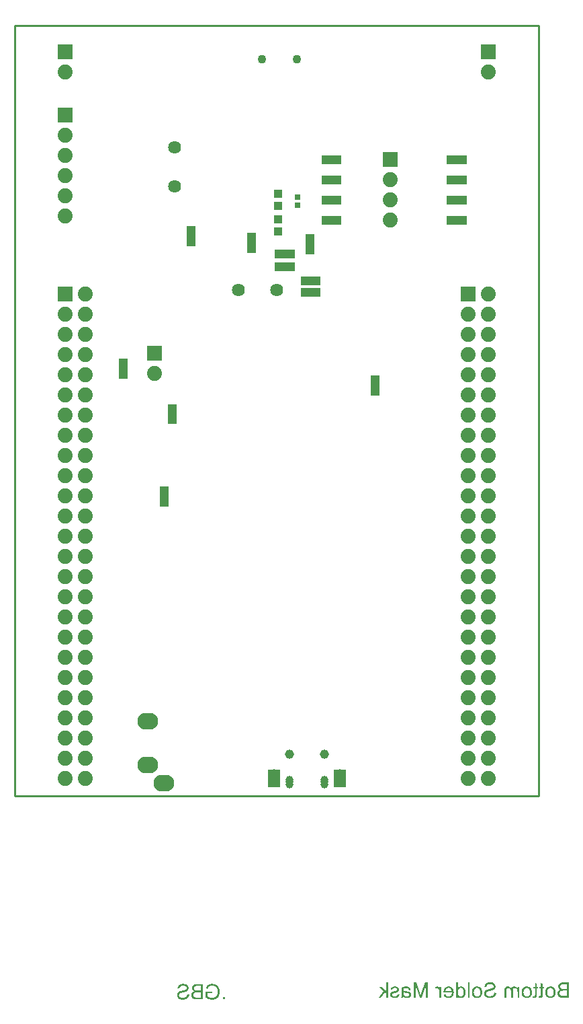
<source format=gbs>
G04*
G04 #@! TF.GenerationSoftware,Altium Limited,Altium Designer,20.0.11 (256)*
G04*
G04 Layer_Color=16711935*
%FSLAX43Y43*%
%MOMM*%
G71*
G01*
G75*
%ADD10C,0.254*%
%ADD50R,1.118X0.991*%
%ADD54R,0.802X0.737*%
%ADD57C,0.356*%
%ADD60C,1.102*%
%ADD61C,1.502*%
%ADD62C,1.152*%
%ADD63R,1.502X2.301*%
%ADD64C,1.002*%
%ADD65C,1.880*%
%ADD66R,1.880X1.880*%
%ADD67C,2.102*%
%ADD68R,1.880X1.880*%
%ADD69C,1.626*%
G36*
X56954Y80671D02*
Y79571D01*
X54444D01*
Y80671D01*
X56954Y80671D01*
D02*
G37*
G36*
X41154D02*
Y79571D01*
X38644D01*
Y80671D01*
X41154Y80671D01*
D02*
G37*
G36*
X56954Y78131D02*
Y77031D01*
X54444D01*
Y78131D01*
X56954Y78131D01*
D02*
G37*
G36*
X41154D02*
Y77031D01*
X38644D01*
Y78131D01*
X41154Y78131D01*
D02*
G37*
G36*
X56954Y75591D02*
Y74491D01*
X54444D01*
Y75591D01*
X56954Y75591D01*
D02*
G37*
G36*
X41154D02*
Y74491D01*
X38644D01*
Y75591D01*
X41154Y75591D01*
D02*
G37*
G36*
X56954Y73051D02*
Y71951D01*
X54444D01*
Y73051D01*
X56954Y73051D01*
D02*
G37*
G36*
X41154D02*
Y71951D01*
X38644D01*
Y73051D01*
X41154Y73051D01*
D02*
G37*
G36*
X22750Y69245D02*
X21650D01*
Y71755D01*
X22750D01*
X22750Y69245D01*
D02*
G37*
G36*
X30350Y68389D02*
X29250D01*
X29250Y70899D01*
X30350D01*
Y68389D01*
D02*
G37*
G36*
X37748Y68201D02*
X36648D01*
X36648Y70711D01*
X37748D01*
Y68201D01*
D02*
G37*
G36*
X35254Y67706D02*
X32744Y67706D01*
Y68806D01*
X35254D01*
Y67706D01*
D02*
G37*
G36*
Y66107D02*
X32744Y66107D01*
Y67207D01*
X35254D01*
Y66107D01*
D02*
G37*
G36*
X38522Y64294D02*
X36012Y64294D01*
Y65394D01*
X38522D01*
Y64294D01*
D02*
G37*
G36*
Y62871D02*
X36012Y62871D01*
Y63971D01*
X38522D01*
Y62871D01*
D02*
G37*
G36*
X14246Y52565D02*
X13146D01*
X13146Y55075D01*
X14246D01*
Y52565D01*
D02*
G37*
G36*
X45944Y50410D02*
X44844D01*
X44844Y52920D01*
X45944D01*
Y50410D01*
D02*
G37*
G36*
X20357Y46812D02*
X19257D01*
X19257Y49322D01*
X20357D01*
Y46812D01*
D02*
G37*
G36*
X19377Y36461D02*
X18277D01*
X18277Y38971D01*
X19377D01*
Y36461D01*
D02*
G37*
G36*
X24965Y-23621D02*
X25062Y-23635D01*
X25106Y-23643D01*
X25148Y-23654D01*
X25187Y-23663D01*
X25223Y-23674D01*
X25256Y-23685D01*
X25284Y-23696D01*
X25309Y-23707D01*
X25331Y-23715D01*
X25348Y-23724D01*
X25359Y-23729D01*
X25367Y-23732D01*
X25370Y-23735D01*
X25409Y-23760D01*
X25448Y-23785D01*
X25515Y-23843D01*
X25573Y-23901D01*
X25620Y-23962D01*
X25659Y-24015D01*
X25673Y-24037D01*
X25684Y-24060D01*
X25695Y-24076D01*
X25701Y-24087D01*
X25703Y-24096D01*
X25706Y-24098D01*
X25745Y-24190D01*
X25773Y-24282D01*
X25795Y-24371D01*
X25801Y-24412D01*
X25809Y-24451D01*
X25812Y-24487D01*
X25817Y-24518D01*
X25820Y-24548D01*
Y-24573D01*
X25823Y-24593D01*
Y-24607D01*
Y-24618D01*
Y-24620D01*
X25817Y-24723D01*
X25803Y-24820D01*
X25795Y-24865D01*
X25787Y-24906D01*
X25776Y-24948D01*
X25764Y-24984D01*
X25753Y-25017D01*
X25742Y-25045D01*
X25734Y-25073D01*
X25726Y-25092D01*
X25717Y-25112D01*
X25712Y-25123D01*
X25706Y-25131D01*
Y-25134D01*
X25656Y-25215D01*
X25601Y-25284D01*
X25542Y-25345D01*
X25487Y-25395D01*
X25434Y-25434D01*
X25415Y-25448D01*
X25395Y-25462D01*
X25379Y-25470D01*
X25367Y-25478D01*
X25359Y-25481D01*
X25356Y-25484D01*
X25312Y-25506D01*
X25267Y-25523D01*
X25179Y-25553D01*
X25093Y-25573D01*
X25012Y-25589D01*
X24976Y-25592D01*
X24943Y-25598D01*
X24912Y-25600D01*
X24887D01*
X24868Y-25603D01*
X24840D01*
X24762Y-25600D01*
X24687Y-25592D01*
X24618Y-25578D01*
X24557Y-25564D01*
X24532Y-25559D01*
X24507Y-25553D01*
X24485Y-25545D01*
X24465Y-25539D01*
X24451Y-25534D01*
X24440Y-25531D01*
X24435Y-25528D01*
X24432D01*
X24357Y-25498D01*
X24287Y-25462D01*
X24221Y-25423D01*
X24163Y-25387D01*
X24138Y-25370D01*
X24113Y-25353D01*
X24093Y-25339D01*
X24076Y-25328D01*
X24063Y-25317D01*
X24051Y-25309D01*
X24046Y-25306D01*
X24043Y-25303D01*
Y-24590D01*
X24859D01*
Y-24818D01*
X24293D01*
Y-25178D01*
X24326Y-25206D01*
X24365Y-25231D01*
X24407Y-25253D01*
X24446Y-25273D01*
X24479Y-25289D01*
X24510Y-25303D01*
X24521Y-25309D01*
X24526Y-25312D01*
X24532Y-25314D01*
X24535D01*
X24593Y-25334D01*
X24651Y-25351D01*
X24704Y-25362D01*
X24754Y-25367D01*
X24796Y-25373D01*
X24812D01*
X24829Y-25376D01*
X24857D01*
X24926Y-25373D01*
X24993Y-25362D01*
X25054Y-25348D01*
X25109Y-25334D01*
X25154Y-25317D01*
X25173Y-25312D01*
X25187Y-25306D01*
X25201Y-25301D01*
X25209Y-25295D01*
X25215Y-25292D01*
X25218D01*
X25276Y-25256D01*
X25329Y-25217D01*
X25373Y-25176D01*
X25409Y-25134D01*
X25440Y-25095D01*
X25459Y-25065D01*
X25467Y-25054D01*
X25470Y-25045D01*
X25476Y-25040D01*
Y-25037D01*
X25503Y-24967D01*
X25526Y-24895D01*
X25540Y-24823D01*
X25551Y-24754D01*
X25553Y-24723D01*
X25556Y-24695D01*
X25559Y-24668D01*
Y-24645D01*
X25562Y-24629D01*
Y-24615D01*
Y-24607D01*
Y-24604D01*
X25559Y-24526D01*
X25551Y-24457D01*
X25540Y-24390D01*
X25526Y-24332D01*
X25520Y-24307D01*
X25512Y-24285D01*
X25506Y-24265D01*
X25501Y-24248D01*
X25495Y-24235D01*
X25492Y-24226D01*
X25490Y-24221D01*
Y-24218D01*
X25470Y-24179D01*
X25451Y-24143D01*
X25431Y-24110D01*
X25412Y-24082D01*
X25395Y-24060D01*
X25381Y-24040D01*
X25370Y-24029D01*
X25367Y-24026D01*
X25337Y-23996D01*
X25304Y-23968D01*
X25267Y-23946D01*
X25234Y-23924D01*
X25206Y-23910D01*
X25184Y-23896D01*
X25168Y-23890D01*
X25162Y-23888D01*
X25112Y-23868D01*
X25062Y-23854D01*
X25009Y-23846D01*
X24962Y-23838D01*
X24920Y-23835D01*
X24904D01*
X24890Y-23832D01*
X24859D01*
X24807Y-23835D01*
X24757Y-23840D01*
X24712Y-23849D01*
X24673Y-23857D01*
X24640Y-23868D01*
X24615Y-23876D01*
X24601Y-23882D01*
X24596Y-23885D01*
X24554Y-23904D01*
X24518Y-23926D01*
X24485Y-23949D01*
X24460Y-23971D01*
X24440Y-23990D01*
X24424Y-24004D01*
X24415Y-24015D01*
X24412Y-24018D01*
X24387Y-24051D01*
X24368Y-24090D01*
X24349Y-24126D01*
X24332Y-24165D01*
X24321Y-24198D01*
X24312Y-24223D01*
X24310Y-24235D01*
X24307Y-24243D01*
X24304Y-24246D01*
Y-24248D01*
X24074Y-24187D01*
X24093Y-24118D01*
X24118Y-24057D01*
X24143Y-24001D01*
X24165Y-23957D01*
X24188Y-23921D01*
X24204Y-23896D01*
X24215Y-23879D01*
X24221Y-23874D01*
X24260Y-23829D01*
X24301Y-23793D01*
X24346Y-23760D01*
X24387Y-23732D01*
X24426Y-23713D01*
X24457Y-23696D01*
X24468Y-23690D01*
X24476Y-23688D01*
X24482Y-23685D01*
X24485D01*
X24548Y-23663D01*
X24615Y-23646D01*
X24676Y-23632D01*
X24734Y-23624D01*
X24787Y-23618D01*
X24809D01*
X24826Y-23615D01*
X24915D01*
X24965Y-23621D01*
D02*
G37*
G36*
X26467Y-25570D02*
X26198D01*
Y-25301D01*
X26467D01*
Y-25570D01*
D02*
G37*
G36*
X23679D02*
X22947D01*
X22880Y-25567D01*
X22822Y-25564D01*
X22769Y-25559D01*
X22724Y-25553D01*
X22688Y-25548D01*
X22661Y-25545D01*
X22644Y-25539D01*
X22638D01*
X22591Y-25525D01*
X22552Y-25512D01*
X22516Y-25495D01*
X22486Y-25478D01*
X22461Y-25467D01*
X22441Y-25456D01*
X22430Y-25448D01*
X22427Y-25445D01*
X22397Y-25420D01*
X22369Y-25389D01*
X22347Y-25359D01*
X22325Y-25331D01*
X22308Y-25303D01*
X22297Y-25284D01*
X22289Y-25270D01*
X22286Y-25264D01*
X22266Y-25220D01*
X22253Y-25176D01*
X22241Y-25134D01*
X22236Y-25095D01*
X22230Y-25062D01*
X22228Y-25034D01*
Y-25017D01*
Y-25015D01*
Y-25012D01*
X22230Y-24951D01*
X22241Y-24895D01*
X22258Y-24848D01*
X22275Y-24804D01*
X22291Y-24770D01*
X22308Y-24745D01*
X22319Y-24729D01*
X22322Y-24723D01*
X22361Y-24679D01*
X22402Y-24643D01*
X22450Y-24612D01*
X22491Y-24587D01*
X22530Y-24568D01*
X22563Y-24557D01*
X22575Y-24551D01*
X22583Y-24548D01*
X22588Y-24545D01*
X22591D01*
X22544Y-24518D01*
X22502Y-24490D01*
X22469Y-24459D01*
X22441Y-24432D01*
X22419Y-24409D01*
X22402Y-24387D01*
X22394Y-24376D01*
X22391Y-24371D01*
X22369Y-24329D01*
X22352Y-24290D01*
X22339Y-24251D01*
X22330Y-24215D01*
X22325Y-24185D01*
X22322Y-24160D01*
Y-24146D01*
Y-24140D01*
X22325Y-24093D01*
X22333Y-24046D01*
X22347Y-24004D01*
X22361Y-23965D01*
X22375Y-23932D01*
X22389Y-23910D01*
X22397Y-23893D01*
X22400Y-23888D01*
X22430Y-23846D01*
X22463Y-23807D01*
X22500Y-23776D01*
X22533Y-23751D01*
X22561Y-23732D01*
X22586Y-23718D01*
X22602Y-23710D01*
X22605Y-23707D01*
X22608D01*
X22661Y-23688D01*
X22719Y-23674D01*
X22777Y-23663D01*
X22833Y-23657D01*
X22883Y-23652D01*
X22905D01*
X22924Y-23649D01*
X23679D01*
Y-25570D01*
D02*
G37*
G36*
X21289Y-23618D02*
X21353Y-23627D01*
X21414Y-23638D01*
X21467Y-23649D01*
X21508Y-23660D01*
X21528Y-23665D01*
X21542Y-23671D01*
X21553Y-23677D01*
X21561Y-23679D01*
X21567Y-23682D01*
X21570D01*
X21625Y-23710D01*
X21675Y-23740D01*
X21717Y-23774D01*
X21750Y-23804D01*
X21775Y-23832D01*
X21794Y-23854D01*
X21808Y-23871D01*
X21811Y-23874D01*
Y-23876D01*
X21839Y-23924D01*
X21858Y-23971D01*
X21872Y-24018D01*
X21880Y-24060D01*
X21886Y-24096D01*
X21892Y-24123D01*
Y-24135D01*
Y-24143D01*
Y-24146D01*
Y-24148D01*
X21889Y-24196D01*
X21880Y-24240D01*
X21869Y-24282D01*
X21858Y-24318D01*
X21847Y-24346D01*
X21836Y-24368D01*
X21828Y-24382D01*
X21825Y-24387D01*
X21797Y-24426D01*
X21764Y-24462D01*
X21731Y-24493D01*
X21697Y-24518D01*
X21669Y-24540D01*
X21645Y-24554D01*
X21628Y-24565D01*
X21625Y-24568D01*
X21622D01*
X21600Y-24579D01*
X21575Y-24590D01*
X21520Y-24609D01*
X21456Y-24629D01*
X21395Y-24648D01*
X21339Y-24665D01*
X21314Y-24670D01*
X21292Y-24676D01*
X21275Y-24681D01*
X21261Y-24684D01*
X21253Y-24687D01*
X21250D01*
X21203Y-24698D01*
X21159Y-24709D01*
X21120Y-24720D01*
X21086Y-24729D01*
X21053Y-24737D01*
X21025Y-24745D01*
X21000Y-24751D01*
X20981Y-24759D01*
X20962Y-24765D01*
X20948Y-24768D01*
X20925Y-24776D01*
X20912Y-24779D01*
X20909Y-24781D01*
X20867Y-24798D01*
X20831Y-24818D01*
X20801Y-24837D01*
X20778Y-24854D01*
X20759Y-24870D01*
X20748Y-24881D01*
X20739Y-24890D01*
X20737Y-24892D01*
X20717Y-24917D01*
X20703Y-24945D01*
X20695Y-24973D01*
X20687Y-24995D01*
X20684Y-25017D01*
X20681Y-25034D01*
Y-25048D01*
Y-25051D01*
X20684Y-25084D01*
X20689Y-25115D01*
X20698Y-25142D01*
X20709Y-25165D01*
X20720Y-25187D01*
X20728Y-25201D01*
X20734Y-25212D01*
X20737Y-25215D01*
X20759Y-25242D01*
X20787Y-25264D01*
X20814Y-25284D01*
X20839Y-25303D01*
X20864Y-25314D01*
X20884Y-25326D01*
X20898Y-25331D01*
X20903Y-25334D01*
X20945Y-25348D01*
X20989Y-25359D01*
X21034Y-25364D01*
X21073Y-25370D01*
X21106Y-25373D01*
X21134Y-25376D01*
X21159D01*
X21220Y-25373D01*
X21275Y-25367D01*
X21325Y-25359D01*
X21370Y-25348D01*
X21406Y-25337D01*
X21434Y-25328D01*
X21442Y-25326D01*
X21450Y-25323D01*
X21453Y-25320D01*
X21456D01*
X21500Y-25298D01*
X21542Y-25273D01*
X21572Y-25248D01*
X21600Y-25223D01*
X21622Y-25203D01*
X21636Y-25184D01*
X21645Y-25173D01*
X21647Y-25170D01*
X21667Y-25134D01*
X21686Y-25095D01*
X21697Y-25054D01*
X21708Y-25017D01*
X21717Y-24981D01*
X21722Y-24956D01*
Y-24945D01*
X21725Y-24937D01*
Y-24934D01*
Y-24931D01*
X21964Y-24954D01*
X21958Y-25023D01*
X21947Y-25090D01*
X21930Y-25148D01*
X21911Y-25201D01*
X21892Y-25242D01*
X21883Y-25259D01*
X21878Y-25273D01*
X21869Y-25284D01*
X21867Y-25292D01*
X21861Y-25298D01*
Y-25301D01*
X21819Y-25353D01*
X21775Y-25401D01*
X21728Y-25439D01*
X21683Y-25473D01*
X21645Y-25498D01*
X21611Y-25514D01*
X21600Y-25520D01*
X21592Y-25525D01*
X21586Y-25528D01*
X21583D01*
X21514Y-25553D01*
X21442Y-25573D01*
X21370Y-25584D01*
X21300Y-25595D01*
X21267Y-25598D01*
X21239Y-25600D01*
X21214D01*
X21192Y-25603D01*
X21148D01*
X21073Y-25600D01*
X21003Y-25592D01*
X20939Y-25578D01*
X20887Y-25564D01*
X20842Y-25553D01*
X20823Y-25545D01*
X20806Y-25539D01*
X20795Y-25534D01*
X20787Y-25531D01*
X20781Y-25528D01*
X20778D01*
X20720Y-25498D01*
X20670Y-25464D01*
X20626Y-25428D01*
X20590Y-25395D01*
X20562Y-25367D01*
X20542Y-25342D01*
X20528Y-25326D01*
X20526Y-25323D01*
Y-25320D01*
X20495Y-25267D01*
X20473Y-25217D01*
X20459Y-25170D01*
X20448Y-25126D01*
X20442Y-25087D01*
X20437Y-25056D01*
Y-25045D01*
Y-25037D01*
Y-25034D01*
Y-25031D01*
X20440Y-24976D01*
X20448Y-24923D01*
X20462Y-24876D01*
X20476Y-24837D01*
X20492Y-24804D01*
X20503Y-24779D01*
X20515Y-24765D01*
X20517Y-24759D01*
X20551Y-24718D01*
X20590Y-24679D01*
X20631Y-24645D01*
X20673Y-24615D01*
X20709Y-24593D01*
X20739Y-24576D01*
X20751Y-24570D01*
X20759Y-24565D01*
X20764Y-24562D01*
X20767D01*
X20789Y-24551D01*
X20817Y-24543D01*
X20848Y-24532D01*
X20881Y-24520D01*
X20950Y-24501D01*
X21023Y-24482D01*
X21056Y-24473D01*
X21086Y-24465D01*
X21117Y-24457D01*
X21142Y-24451D01*
X21161Y-24446D01*
X21178Y-24443D01*
X21189Y-24440D01*
X21192D01*
X21248Y-24426D01*
X21297Y-24415D01*
X21342Y-24401D01*
X21381Y-24390D01*
X21417Y-24376D01*
X21447Y-24365D01*
X21475Y-24354D01*
X21500Y-24346D01*
X21520Y-24334D01*
X21536Y-24326D01*
X21547Y-24321D01*
X21558Y-24312D01*
X21572Y-24304D01*
X21575Y-24301D01*
X21600Y-24273D01*
X21617Y-24246D01*
X21631Y-24218D01*
X21639Y-24190D01*
X21645Y-24168D01*
X21647Y-24148D01*
Y-24137D01*
Y-24132D01*
X21642Y-24087D01*
X21631Y-24049D01*
X21614Y-24015D01*
X21595Y-23985D01*
X21578Y-23962D01*
X21561Y-23943D01*
X21550Y-23932D01*
X21545Y-23929D01*
X21522Y-23915D01*
X21500Y-23901D01*
X21447Y-23879D01*
X21392Y-23865D01*
X21336Y-23854D01*
X21286Y-23849D01*
X21264Y-23846D01*
X21248Y-23843D01*
X21209D01*
X21131Y-23846D01*
X21062Y-23857D01*
X21006Y-23874D01*
X20959Y-23890D01*
X20923Y-23907D01*
X20895Y-23924D01*
X20881Y-23935D01*
X20875Y-23937D01*
X20837Y-23976D01*
X20806Y-24018D01*
X20781Y-24062D01*
X20764Y-24107D01*
X20753Y-24148D01*
X20745Y-24179D01*
X20742Y-24193D01*
X20739Y-24201D01*
Y-24207D01*
Y-24210D01*
X20495Y-24190D01*
X20501Y-24129D01*
X20515Y-24073D01*
X20528Y-24021D01*
X20548Y-23976D01*
X20565Y-23940D01*
X20578Y-23912D01*
X20584Y-23904D01*
X20590Y-23896D01*
X20592Y-23893D01*
Y-23890D01*
X20628Y-23843D01*
X20667Y-23801D01*
X20709Y-23765D01*
X20751Y-23738D01*
X20787Y-23713D01*
X20814Y-23699D01*
X20826Y-23693D01*
X20834Y-23688D01*
X20839Y-23685D01*
X20842D01*
X20903Y-23663D01*
X20970Y-23646D01*
X21031Y-23632D01*
X21089Y-23624D01*
X21142Y-23618D01*
X21161D01*
X21181Y-23615D01*
X21217D01*
X21289Y-23618D01*
D02*
G37*
G36*
X63016Y-23945D02*
X63063Y-23954D01*
X63104Y-23962D01*
X63140Y-23973D01*
X63171Y-23987D01*
X63193Y-23995D01*
X63207Y-24004D01*
X63213Y-24006D01*
X63252Y-24031D01*
X63285Y-24059D01*
X63315Y-24087D01*
X63340Y-24115D01*
X63360Y-24137D01*
X63376Y-24156D01*
X63385Y-24167D01*
X63388Y-24173D01*
Y-23973D01*
X63599D01*
Y-25367D01*
X63363D01*
Y-24645D01*
X63360Y-24578D01*
X63357Y-24520D01*
X63351Y-24470D01*
X63343Y-24428D01*
X63335Y-24398D01*
X63329Y-24376D01*
X63326Y-24362D01*
X63324Y-24356D01*
X63307Y-24320D01*
X63288Y-24290D01*
X63268Y-24262D01*
X63249Y-24240D01*
X63229Y-24223D01*
X63215Y-24212D01*
X63204Y-24203D01*
X63202Y-24201D01*
X63168Y-24184D01*
X63138Y-24170D01*
X63104Y-24162D01*
X63077Y-24153D01*
X63054Y-24151D01*
X63035Y-24148D01*
X63018D01*
X62971Y-24151D01*
X62932Y-24159D01*
X62899Y-24173D01*
X62874Y-24187D01*
X62855Y-24203D01*
X62841Y-24215D01*
X62832Y-24226D01*
X62830Y-24228D01*
X62810Y-24262D01*
X62796Y-24298D01*
X62785Y-24337D01*
X62780Y-24376D01*
X62774Y-24409D01*
X62771Y-24439D01*
Y-24451D01*
Y-24456D01*
Y-24462D01*
Y-24464D01*
Y-25367D01*
X62535D01*
Y-24559D01*
X62530Y-24484D01*
X62519Y-24420D01*
X62505Y-24367D01*
X62485Y-24323D01*
X62469Y-24290D01*
X62452Y-24267D01*
X62441Y-24253D01*
X62438Y-24248D01*
X62399Y-24215D01*
X62358Y-24190D01*
X62316Y-24173D01*
X62277Y-24159D01*
X62244Y-24153D01*
X62216Y-24151D01*
X62205Y-24148D01*
X62191D01*
X62160Y-24151D01*
X62136Y-24153D01*
X62111Y-24159D01*
X62091Y-24167D01*
X62072Y-24176D01*
X62061Y-24181D01*
X62052Y-24184D01*
X62049Y-24187D01*
X62027Y-24203D01*
X62011Y-24220D01*
X61997Y-24237D01*
X61986Y-24253D01*
X61977Y-24267D01*
X61972Y-24278D01*
X61966Y-24287D01*
Y-24290D01*
X61958Y-24315D01*
X61952Y-24348D01*
X61949Y-24381D01*
X61947Y-24414D01*
X61944Y-24445D01*
Y-24470D01*
Y-24487D01*
Y-24489D01*
Y-24492D01*
Y-25367D01*
X61708D01*
Y-24412D01*
Y-24367D01*
X61714Y-24328D01*
X61719Y-24290D01*
X61725Y-24256D01*
X61733Y-24223D01*
X61744Y-24195D01*
X61752Y-24170D01*
X61763Y-24145D01*
X61775Y-24126D01*
X61783Y-24106D01*
X61802Y-24081D01*
X61813Y-24065D01*
X61819Y-24059D01*
X61863Y-24020D01*
X61916Y-23992D01*
X61969Y-23970D01*
X62019Y-23956D01*
X62066Y-23948D01*
X62086Y-23945D01*
X62105D01*
X62119Y-23942D01*
X62138D01*
X62188Y-23945D01*
X62233Y-23954D01*
X62277Y-23965D01*
X62319Y-23981D01*
X62358Y-24001D01*
X62394Y-24020D01*
X62424Y-24042D01*
X62455Y-24065D01*
X62483Y-24090D01*
X62505Y-24112D01*
X62524Y-24131D01*
X62541Y-24151D01*
X62555Y-24167D01*
X62563Y-24178D01*
X62569Y-24187D01*
X62571Y-24190D01*
X62588Y-24148D01*
X62610Y-24112D01*
X62635Y-24081D01*
X62657Y-24056D01*
X62680Y-24034D01*
X62696Y-24020D01*
X62707Y-24012D01*
X62713Y-24009D01*
X62752Y-23987D01*
X62793Y-23970D01*
X62835Y-23959D01*
X62877Y-23951D01*
X62910Y-23945D01*
X62941Y-23942D01*
X62966D01*
X63016Y-23945D01*
D02*
G37*
G36*
X49343D02*
X49401Y-23951D01*
X49457Y-23959D01*
X49501Y-23967D01*
X49540Y-23976D01*
X49568Y-23984D01*
X49579Y-23987D01*
X49587Y-23990D01*
X49590Y-23992D01*
X49593D01*
X49640Y-24012D01*
X49681Y-24037D01*
X49717Y-24059D01*
X49748Y-24081D01*
X49770Y-24104D01*
X49787Y-24120D01*
X49798Y-24131D01*
X49801Y-24134D01*
X49826Y-24170D01*
X49848Y-24209D01*
X49865Y-24248D01*
X49878Y-24284D01*
X49890Y-24320D01*
X49898Y-24345D01*
X49901Y-24356D01*
Y-24364D01*
X49903Y-24367D01*
Y-24370D01*
X49673Y-24401D01*
X49656Y-24351D01*
X49640Y-24306D01*
X49620Y-24270D01*
X49604Y-24242D01*
X49587Y-24220D01*
X49573Y-24206D01*
X49562Y-24198D01*
X49559Y-24195D01*
X49526Y-24176D01*
X49487Y-24162D01*
X49445Y-24151D01*
X49407Y-24145D01*
X49368Y-24140D01*
X49340Y-24137D01*
X49312D01*
X49248Y-24140D01*
X49193Y-24148D01*
X49148Y-24162D01*
X49109Y-24176D01*
X49082Y-24192D01*
X49060Y-24203D01*
X49046Y-24215D01*
X49043Y-24217D01*
X49021Y-24242D01*
X49004Y-24273D01*
X48990Y-24306D01*
X48982Y-24339D01*
X48976Y-24370D01*
X48973Y-24398D01*
Y-24414D01*
Y-24417D01*
Y-24420D01*
Y-24426D01*
Y-24437D01*
Y-24456D01*
X48976Y-24473D01*
Y-24478D01*
Y-24481D01*
X49004Y-24489D01*
X49035Y-24498D01*
X49098Y-24514D01*
X49171Y-24528D01*
X49237Y-24542D01*
X49270Y-24548D01*
X49301Y-24550D01*
X49329Y-24556D01*
X49351Y-24559D01*
X49370Y-24562D01*
X49384D01*
X49395Y-24564D01*
X49398D01*
X49448Y-24570D01*
X49490Y-24578D01*
X49526Y-24584D01*
X49554Y-24589D01*
X49576Y-24592D01*
X49593Y-24598D01*
X49604Y-24600D01*
X49606D01*
X49643Y-24612D01*
X49673Y-24623D01*
X49704Y-24637D01*
X49729Y-24648D01*
X49751Y-24659D01*
X49765Y-24670D01*
X49776Y-24675D01*
X49779Y-24678D01*
X49806Y-24698D01*
X49829Y-24720D01*
X49851Y-24742D01*
X49867Y-24764D01*
X49881Y-24784D01*
X49892Y-24800D01*
X49898Y-24811D01*
X49901Y-24814D01*
X49915Y-24845D01*
X49926Y-24878D01*
X49934Y-24909D01*
X49940Y-24939D01*
X49942Y-24964D01*
X49945Y-24984D01*
Y-24995D01*
Y-25000D01*
X49942Y-25034D01*
X49940Y-25061D01*
X49926Y-25120D01*
X49906Y-25167D01*
X49884Y-25208D01*
X49862Y-25242D01*
X49842Y-25267D01*
X49829Y-25281D01*
X49823Y-25286D01*
X49773Y-25322D01*
X49717Y-25350D01*
X49656Y-25369D01*
X49601Y-25383D01*
X49551Y-25392D01*
X49529Y-25394D01*
X49509D01*
X49493Y-25397D01*
X49470D01*
X49420Y-25394D01*
X49370Y-25389D01*
X49326Y-25383D01*
X49287Y-25375D01*
X49257Y-25367D01*
X49232Y-25358D01*
X49215Y-25356D01*
X49209Y-25353D01*
X49162Y-25333D01*
X49118Y-25308D01*
X49076Y-25281D01*
X49035Y-25256D01*
X49001Y-25231D01*
X48976Y-25211D01*
X48960Y-25197D01*
X48957Y-25192D01*
X48954D01*
X48948Y-25228D01*
X48943Y-25261D01*
X48937Y-25292D01*
X48929Y-25317D01*
X48921Y-25339D01*
X48915Y-25353D01*
X48912Y-25364D01*
X48910Y-25367D01*
X48662D01*
X48676Y-25336D01*
X48690Y-25306D01*
X48701Y-25278D01*
X48707Y-25253D01*
X48715Y-25231D01*
X48718Y-25214D01*
X48721Y-25203D01*
Y-25200D01*
X48724Y-25181D01*
X48726Y-25156D01*
Y-25128D01*
X48729Y-25097D01*
X48732Y-25028D01*
Y-24959D01*
X48735Y-24892D01*
Y-24861D01*
Y-24836D01*
Y-24814D01*
Y-24798D01*
Y-24786D01*
Y-24784D01*
Y-24467D01*
Y-24414D01*
X48737Y-24367D01*
X48740Y-24331D01*
Y-24301D01*
X48743Y-24278D01*
X48746Y-24262D01*
X48749Y-24253D01*
Y-24251D01*
X48757Y-24215D01*
X48768Y-24184D01*
X48779Y-24159D01*
X48793Y-24134D01*
X48804Y-24117D01*
X48812Y-24104D01*
X48818Y-24095D01*
X48821Y-24092D01*
X48843Y-24070D01*
X48868Y-24048D01*
X48896Y-24031D01*
X48923Y-24015D01*
X48948Y-24004D01*
X48968Y-23995D01*
X48982Y-23990D01*
X48987Y-23987D01*
X49032Y-23973D01*
X49079Y-23962D01*
X49126Y-23954D01*
X49173Y-23948D01*
X49215Y-23945D01*
X49246Y-23942D01*
X49276D01*
X49343Y-23945D01*
D02*
G37*
G36*
X47027Y-25367D02*
X46791D01*
Y-24814D01*
X46628Y-24656D01*
X46164Y-25367D01*
X45872D01*
X46461Y-24492D01*
X45925Y-23973D01*
X46233D01*
X46791Y-24542D01*
Y-23446D01*
X47027D01*
Y-25367D01*
D02*
G37*
G36*
X52080D02*
X51836D01*
Y-23731D01*
X51280Y-25367D01*
X51053D01*
X50492Y-23759D01*
Y-25367D01*
X50248D01*
Y-23446D01*
X50589D01*
X51050Y-24784D01*
X51075Y-24856D01*
X51094Y-24917D01*
X51114Y-24970D01*
X51128Y-25014D01*
X51139Y-25047D01*
X51147Y-25072D01*
X51150Y-25086D01*
X51153Y-25092D01*
X51164Y-25053D01*
X51178Y-25009D01*
X51194Y-24961D01*
X51208Y-24914D01*
X51222Y-24873D01*
X51233Y-24839D01*
X51239Y-24825D01*
X51242Y-24817D01*
X51244Y-24811D01*
Y-24809D01*
X51700Y-23446D01*
X52080D01*
Y-25367D01*
D02*
G37*
G36*
X66544Y-23629D02*
Y-23973D01*
X66719D01*
Y-24156D01*
X66544D01*
Y-24961D01*
Y-25000D01*
Y-25034D01*
X66541Y-25064D01*
X66539Y-25095D01*
Y-25120D01*
X66536Y-25142D01*
X66530Y-25178D01*
X66525Y-25206D01*
X66522Y-25225D01*
X66516Y-25236D01*
Y-25239D01*
X66505Y-25264D01*
X66489Y-25283D01*
X66472Y-25303D01*
X66458Y-25317D01*
X66441Y-25331D01*
X66430Y-25339D01*
X66422Y-25344D01*
X66419Y-25347D01*
X66389Y-25361D01*
X66358Y-25369D01*
X66325Y-25378D01*
X66291Y-25381D01*
X66264Y-25383D01*
X66242Y-25386D01*
X66219D01*
X66158Y-25383D01*
X66128Y-25381D01*
X66100Y-25375D01*
X66075Y-25372D01*
X66056Y-25369D01*
X66044Y-25367D01*
X66039D01*
X66069Y-25158D01*
X66092Y-25161D01*
X66114Y-25164D01*
X66133D01*
X66147Y-25167D01*
X66175D01*
X66211Y-25164D01*
X66236Y-25158D01*
X66250Y-25153D01*
X66255Y-25150D01*
X66275Y-25136D01*
X66286Y-25122D01*
X66294Y-25111D01*
X66297Y-25106D01*
X66300Y-25092D01*
X66303Y-25072D01*
X66305Y-25028D01*
X66308Y-25009D01*
Y-24992D01*
Y-24981D01*
Y-24975D01*
Y-24156D01*
X66069D01*
Y-23973D01*
X66308D01*
Y-23487D01*
X66544Y-23629D01*
D02*
G37*
G36*
X65797D02*
Y-23973D01*
X65972D01*
Y-24156D01*
X65797D01*
Y-24961D01*
Y-25000D01*
Y-25034D01*
X65795Y-25064D01*
X65792Y-25095D01*
Y-25120D01*
X65789Y-25142D01*
X65783Y-25178D01*
X65778Y-25206D01*
X65775Y-25225D01*
X65770Y-25236D01*
Y-25239D01*
X65758Y-25264D01*
X65742Y-25283D01*
X65725Y-25303D01*
X65711Y-25317D01*
X65695Y-25331D01*
X65684Y-25339D01*
X65675Y-25344D01*
X65672Y-25347D01*
X65642Y-25361D01*
X65611Y-25369D01*
X65578Y-25378D01*
X65545Y-25381D01*
X65517Y-25383D01*
X65495Y-25386D01*
X65473D01*
X65411Y-25383D01*
X65381Y-25381D01*
X65353Y-25375D01*
X65328Y-25372D01*
X65309Y-25369D01*
X65298Y-25367D01*
X65292D01*
X65323Y-25158D01*
X65345Y-25161D01*
X65367Y-25164D01*
X65386D01*
X65400Y-25167D01*
X65428D01*
X65464Y-25164D01*
X65489Y-25158D01*
X65503Y-25153D01*
X65509Y-25150D01*
X65528Y-25136D01*
X65539Y-25122D01*
X65547Y-25111D01*
X65550Y-25106D01*
X65553Y-25092D01*
X65556Y-25072D01*
X65559Y-25028D01*
X65561Y-25009D01*
Y-24992D01*
Y-24981D01*
Y-24975D01*
Y-24156D01*
X65323D01*
Y-23973D01*
X65561D01*
Y-23487D01*
X65797Y-23629D01*
D02*
G37*
G36*
X54720Y-23945D02*
X54770Y-23951D01*
X54817Y-23959D01*
X54862Y-23973D01*
X54903Y-23987D01*
X54942Y-24004D01*
X54978Y-24020D01*
X55009Y-24040D01*
X55039Y-24056D01*
X55064Y-24076D01*
X55087Y-24092D01*
X55103Y-24106D01*
X55117Y-24120D01*
X55128Y-24128D01*
X55134Y-24134D01*
X55137Y-24137D01*
X55167Y-24176D01*
X55195Y-24217D01*
X55220Y-24259D01*
X55242Y-24303D01*
X55259Y-24351D01*
X55273Y-24395D01*
X55295Y-24484D01*
X55303Y-24523D01*
X55309Y-24562D01*
X55312Y-24595D01*
X55314Y-24625D01*
X55317Y-24650D01*
Y-24667D01*
Y-24681D01*
Y-24684D01*
X55314Y-24745D01*
X55309Y-24803D01*
X55300Y-24859D01*
X55289Y-24909D01*
X55275Y-24956D01*
X55262Y-25000D01*
X55245Y-25039D01*
X55228Y-25075D01*
X55212Y-25106D01*
X55195Y-25133D01*
X55181Y-25156D01*
X55167Y-25175D01*
X55156Y-25192D01*
X55148Y-25203D01*
X55142Y-25208D01*
X55139Y-25211D01*
X55103Y-25245D01*
X55067Y-25272D01*
X55028Y-25297D01*
X54987Y-25319D01*
X54948Y-25336D01*
X54906Y-25353D01*
X54828Y-25375D01*
X54792Y-25381D01*
X54759Y-25386D01*
X54729Y-25392D01*
X54704Y-25394D01*
X54684Y-25397D01*
X54654D01*
X54568Y-25392D01*
X54490Y-25378D01*
X54420Y-25361D01*
X54393Y-25350D01*
X54365Y-25339D01*
X54340Y-25328D01*
X54318Y-25317D01*
X54301Y-25308D01*
X54284Y-25300D01*
X54273Y-25292D01*
X54265Y-25286D01*
X54259Y-25281D01*
X54257D01*
X54201Y-25231D01*
X54157Y-25178D01*
X54118Y-25122D01*
X54090Y-25070D01*
X54068Y-25022D01*
X54059Y-25000D01*
X54051Y-24984D01*
X54046Y-24967D01*
X54043Y-24956D01*
X54040Y-24950D01*
Y-24947D01*
X54284Y-24917D01*
X54307Y-24970D01*
X54332Y-25014D01*
X54357Y-25053D01*
X54379Y-25084D01*
X54398Y-25106D01*
X54415Y-25122D01*
X54429Y-25133D01*
X54431Y-25136D01*
X54468Y-25158D01*
X54504Y-25175D01*
X54543Y-25186D01*
X54576Y-25195D01*
X54606Y-25200D01*
X54631Y-25203D01*
X54654D01*
X54687Y-25200D01*
X54717Y-25197D01*
X54773Y-25183D01*
X54823Y-25164D01*
X54867Y-25142D01*
X54901Y-25122D01*
X54926Y-25103D01*
X54942Y-25089D01*
X54945Y-25084D01*
X54948D01*
X54987Y-25034D01*
X55017Y-24978D01*
X55039Y-24917D01*
X55056Y-24861D01*
X55064Y-24811D01*
X55070Y-24789D01*
X55073Y-24770D01*
Y-24753D01*
X55076Y-24742D01*
Y-24734D01*
Y-24731D01*
X54034D01*
X54032Y-24703D01*
Y-24684D01*
Y-24673D01*
Y-24670D01*
X54034Y-24606D01*
X54040Y-24548D01*
X54048Y-24492D01*
X54059Y-24439D01*
X54073Y-24392D01*
X54087Y-24348D01*
X54104Y-24309D01*
X54121Y-24273D01*
X54137Y-24240D01*
X54154Y-24212D01*
X54168Y-24190D01*
X54182Y-24170D01*
X54193Y-24153D01*
X54201Y-24142D01*
X54207Y-24137D01*
X54209Y-24134D01*
X54243Y-24101D01*
X54279Y-24070D01*
X54318Y-24045D01*
X54357Y-24023D01*
X54395Y-24004D01*
X54431Y-23990D01*
X54470Y-23976D01*
X54504Y-23967D01*
X54540Y-23959D01*
X54570Y-23954D01*
X54598Y-23948D01*
X54620Y-23945D01*
X54640Y-23942D01*
X54667D01*
X54720Y-23945D01*
D02*
G37*
G36*
X69848Y-25367D02*
X69115D01*
X69048Y-25364D01*
X68990Y-25361D01*
X68937Y-25356D01*
X68893Y-25350D01*
X68857Y-25344D01*
X68829Y-25342D01*
X68812Y-25336D01*
X68807D01*
X68760Y-25322D01*
X68721Y-25308D01*
X68685Y-25292D01*
X68654Y-25275D01*
X68629Y-25264D01*
X68610Y-25253D01*
X68599Y-25245D01*
X68596Y-25242D01*
X68565Y-25217D01*
X68537Y-25186D01*
X68515Y-25156D01*
X68493Y-25128D01*
X68476Y-25100D01*
X68465Y-25081D01*
X68457Y-25067D01*
X68454Y-25061D01*
X68435Y-25017D01*
X68421Y-24972D01*
X68410Y-24931D01*
X68404Y-24892D01*
X68399Y-24859D01*
X68396Y-24831D01*
Y-24814D01*
Y-24811D01*
Y-24809D01*
X68399Y-24748D01*
X68410Y-24692D01*
X68426Y-24645D01*
X68443Y-24600D01*
X68460Y-24567D01*
X68476Y-24542D01*
X68487Y-24525D01*
X68490Y-24520D01*
X68529Y-24476D01*
X68571Y-24439D01*
X68618Y-24409D01*
X68660Y-24384D01*
X68698Y-24364D01*
X68732Y-24353D01*
X68743Y-24348D01*
X68751Y-24345D01*
X68757Y-24342D01*
X68760D01*
X68712Y-24315D01*
X68671Y-24287D01*
X68637Y-24256D01*
X68610Y-24228D01*
X68587Y-24206D01*
X68571Y-24184D01*
X68562Y-24173D01*
X68560Y-24167D01*
X68537Y-24126D01*
X68521Y-24087D01*
X68507Y-24048D01*
X68499Y-24012D01*
X68493Y-23981D01*
X68490Y-23956D01*
Y-23942D01*
Y-23937D01*
X68493Y-23890D01*
X68501Y-23843D01*
X68515Y-23801D01*
X68529Y-23762D01*
X68543Y-23729D01*
X68557Y-23707D01*
X68565Y-23690D01*
X68568Y-23684D01*
X68599Y-23643D01*
X68632Y-23604D01*
X68668Y-23573D01*
X68701Y-23548D01*
X68729Y-23529D01*
X68754Y-23515D01*
X68771Y-23507D01*
X68773Y-23504D01*
X68776D01*
X68829Y-23484D01*
X68887Y-23471D01*
X68946Y-23459D01*
X69001Y-23454D01*
X69051Y-23448D01*
X69073D01*
X69093Y-23446D01*
X69848D01*
Y-25367D01*
D02*
G37*
G36*
X57333D02*
X57097D01*
Y-23446D01*
X57333D01*
Y-25367D01*
D02*
G37*
G36*
X53263Y-23945D02*
X53290Y-23951D01*
X53318Y-23959D01*
X53340Y-23967D01*
X53357Y-23976D01*
X53374Y-23984D01*
X53382Y-23990D01*
X53385Y-23992D01*
X53410Y-24015D01*
X53435Y-24042D01*
X53460Y-24076D01*
X53482Y-24106D01*
X53504Y-24137D01*
X53518Y-24162D01*
X53529Y-24181D01*
X53532Y-24184D01*
Y-23973D01*
X53746D01*
Y-25367D01*
X53510D01*
Y-24639D01*
X53507Y-24584D01*
X53504Y-24534D01*
X53499Y-24487D01*
X53490Y-24445D01*
X53482Y-24412D01*
X53476Y-24387D01*
X53474Y-24370D01*
X53471Y-24364D01*
X53460Y-24334D01*
X53446Y-24309D01*
X53432Y-24287D01*
X53418Y-24267D01*
X53404Y-24253D01*
X53396Y-24242D01*
X53388Y-24237D01*
X53385Y-24234D01*
X53363Y-24217D01*
X53338Y-24206D01*
X53313Y-24198D01*
X53293Y-24192D01*
X53274Y-24190D01*
X53260Y-24187D01*
X53246D01*
X53215Y-24190D01*
X53185Y-24195D01*
X53154Y-24203D01*
X53129Y-24212D01*
X53107Y-24220D01*
X53091Y-24228D01*
X53079Y-24234D01*
X53077Y-24237D01*
X52991Y-24020D01*
X53038Y-23995D01*
X53082Y-23976D01*
X53121Y-23962D01*
X53157Y-23951D01*
X53188Y-23945D01*
X53213Y-23942D01*
X53232D01*
X53263Y-23945D01*
D02*
G37*
G36*
X67560D02*
X67605Y-23948D01*
X67691Y-23967D01*
X67766Y-23992D01*
X67799Y-24006D01*
X67830Y-24020D01*
X67857Y-24034D01*
X67880Y-24048D01*
X67902Y-24062D01*
X67918Y-24073D01*
X67932Y-24084D01*
X67943Y-24092D01*
X67949Y-24095D01*
X67952Y-24098D01*
X67991Y-24134D01*
X68021Y-24176D01*
X68052Y-24220D01*
X68074Y-24265D01*
X68096Y-24312D01*
X68113Y-24362D01*
X68127Y-24409D01*
X68138Y-24453D01*
X68149Y-24498D01*
X68154Y-24537D01*
X68160Y-24575D01*
X68163Y-24606D01*
Y-24634D01*
X68165Y-24653D01*
Y-24664D01*
Y-24670D01*
X68163Y-24734D01*
X68157Y-24795D01*
X68149Y-24850D01*
X68138Y-24903D01*
X68124Y-24950D01*
X68110Y-24995D01*
X68093Y-25036D01*
X68077Y-25072D01*
X68060Y-25106D01*
X68043Y-25133D01*
X68029Y-25156D01*
X68016Y-25175D01*
X68004Y-25192D01*
X67996Y-25203D01*
X67991Y-25208D01*
X67988Y-25211D01*
X67952Y-25245D01*
X67916Y-25272D01*
X67877Y-25297D01*
X67838Y-25319D01*
X67799Y-25336D01*
X67757Y-25353D01*
X67682Y-25375D01*
X67649Y-25381D01*
X67616Y-25386D01*
X67588Y-25392D01*
X67563Y-25394D01*
X67541Y-25397D01*
X67513D01*
X67446Y-25394D01*
X67385Y-25383D01*
X67327Y-25369D01*
X67280Y-25356D01*
X67238Y-25339D01*
X67222Y-25333D01*
X67208Y-25328D01*
X67194Y-25322D01*
X67185Y-25317D01*
X67183Y-25314D01*
X67180D01*
X67124Y-25278D01*
X67077Y-25239D01*
X67036Y-25200D01*
X67002Y-25161D01*
X66977Y-25128D01*
X66958Y-25100D01*
X66952Y-25089D01*
X66947Y-25081D01*
X66944Y-25078D01*
Y-25075D01*
X66916Y-25011D01*
X66897Y-24942D01*
X66880Y-24873D01*
X66872Y-24803D01*
X66866Y-24773D01*
Y-24745D01*
X66863Y-24717D01*
X66861Y-24695D01*
Y-24675D01*
Y-24662D01*
Y-24653D01*
Y-24650D01*
X66863Y-24589D01*
X66869Y-24534D01*
X66877Y-24481D01*
X66888Y-24431D01*
X66902Y-24384D01*
X66919Y-24342D01*
X66936Y-24301D01*
X66952Y-24267D01*
X66969Y-24237D01*
X66986Y-24209D01*
X67002Y-24184D01*
X67016Y-24165D01*
X67027Y-24151D01*
X67036Y-24140D01*
X67041Y-24134D01*
X67044Y-24131D01*
X67080Y-24098D01*
X67116Y-24070D01*
X67155Y-24042D01*
X67194Y-24023D01*
X67233Y-24004D01*
X67271Y-23990D01*
X67346Y-23965D01*
X67383Y-23959D01*
X67413Y-23954D01*
X67441Y-23948D01*
X67466Y-23945D01*
X67485Y-23942D01*
X67513D01*
X67560Y-23945D01*
D02*
G37*
G36*
X64573D02*
X64617Y-23948D01*
X64703Y-23967D01*
X64778Y-23992D01*
X64812Y-24006D01*
X64842Y-24020D01*
X64870Y-24034D01*
X64892Y-24048D01*
X64914Y-24062D01*
X64931Y-24073D01*
X64945Y-24084D01*
X64956Y-24092D01*
X64962Y-24095D01*
X64964Y-24098D01*
X65003Y-24134D01*
X65034Y-24176D01*
X65064Y-24220D01*
X65087Y-24265D01*
X65109Y-24312D01*
X65125Y-24362D01*
X65139Y-24409D01*
X65150Y-24453D01*
X65162Y-24498D01*
X65167Y-24537D01*
X65173Y-24575D01*
X65175Y-24606D01*
Y-24634D01*
X65178Y-24653D01*
Y-24664D01*
Y-24670D01*
X65175Y-24734D01*
X65170Y-24795D01*
X65162Y-24850D01*
X65150Y-24903D01*
X65137Y-24950D01*
X65123Y-24995D01*
X65106Y-25036D01*
X65089Y-25072D01*
X65073Y-25106D01*
X65056Y-25133D01*
X65042Y-25156D01*
X65028Y-25175D01*
X65017Y-25192D01*
X65009Y-25203D01*
X65003Y-25208D01*
X65001Y-25211D01*
X64964Y-25245D01*
X64928Y-25272D01*
X64890Y-25297D01*
X64851Y-25319D01*
X64812Y-25336D01*
X64770Y-25353D01*
X64695Y-25375D01*
X64662Y-25381D01*
X64629Y-25386D01*
X64601Y-25392D01*
X64576Y-25394D01*
X64554Y-25397D01*
X64526D01*
X64459Y-25394D01*
X64398Y-25383D01*
X64340Y-25369D01*
X64293Y-25356D01*
X64251Y-25339D01*
X64234Y-25333D01*
X64220Y-25328D01*
X64207Y-25322D01*
X64198Y-25317D01*
X64195Y-25314D01*
X64193D01*
X64137Y-25278D01*
X64090Y-25239D01*
X64048Y-25200D01*
X64015Y-25161D01*
X63990Y-25128D01*
X63971Y-25100D01*
X63965Y-25089D01*
X63959Y-25081D01*
X63957Y-25078D01*
Y-25075D01*
X63929Y-25011D01*
X63910Y-24942D01*
X63893Y-24873D01*
X63885Y-24803D01*
X63879Y-24773D01*
Y-24745D01*
X63876Y-24717D01*
X63873Y-24695D01*
Y-24675D01*
Y-24662D01*
Y-24653D01*
Y-24650D01*
X63876Y-24589D01*
X63882Y-24534D01*
X63890Y-24481D01*
X63901Y-24431D01*
X63915Y-24384D01*
X63932Y-24342D01*
X63948Y-24301D01*
X63965Y-24267D01*
X63982Y-24237D01*
X63998Y-24209D01*
X64015Y-24184D01*
X64029Y-24165D01*
X64040Y-24151D01*
X64048Y-24140D01*
X64054Y-24134D01*
X64057Y-24131D01*
X64093Y-24098D01*
X64129Y-24070D01*
X64168Y-24042D01*
X64207Y-24023D01*
X64245Y-24004D01*
X64284Y-23990D01*
X64359Y-23965D01*
X64395Y-23959D01*
X64426Y-23954D01*
X64454Y-23948D01*
X64479Y-23945D01*
X64498Y-23942D01*
X64526D01*
X64573Y-23945D01*
D02*
G37*
G36*
X58304D02*
X58349Y-23948D01*
X58435Y-23967D01*
X58510Y-23992D01*
X58543Y-24006D01*
X58574Y-24020D01*
X58601Y-24034D01*
X58624Y-24048D01*
X58646Y-24062D01*
X58662Y-24073D01*
X58676Y-24084D01*
X58687Y-24092D01*
X58693Y-24095D01*
X58696Y-24098D01*
X58735Y-24134D01*
X58765Y-24176D01*
X58796Y-24220D01*
X58818Y-24265D01*
X58840Y-24312D01*
X58857Y-24362D01*
X58871Y-24409D01*
X58882Y-24453D01*
X58893Y-24498D01*
X58898Y-24537D01*
X58904Y-24575D01*
X58907Y-24606D01*
Y-24634D01*
X58910Y-24653D01*
Y-24664D01*
Y-24670D01*
X58907Y-24734D01*
X58901Y-24795D01*
X58893Y-24850D01*
X58882Y-24903D01*
X58868Y-24950D01*
X58854Y-24995D01*
X58837Y-25036D01*
X58821Y-25072D01*
X58804Y-25106D01*
X58787Y-25133D01*
X58773Y-25156D01*
X58760Y-25175D01*
X58749Y-25192D01*
X58740Y-25203D01*
X58735Y-25208D01*
X58732Y-25211D01*
X58696Y-25245D01*
X58660Y-25272D01*
X58621Y-25297D01*
X58582Y-25319D01*
X58543Y-25336D01*
X58501Y-25353D01*
X58426Y-25375D01*
X58393Y-25381D01*
X58360Y-25386D01*
X58332Y-25392D01*
X58307Y-25394D01*
X58285Y-25397D01*
X58257D01*
X58190Y-25394D01*
X58129Y-25383D01*
X58071Y-25369D01*
X58024Y-25356D01*
X57982Y-25339D01*
X57966Y-25333D01*
X57952Y-25328D01*
X57938Y-25322D01*
X57930Y-25317D01*
X57927Y-25314D01*
X57924D01*
X57868Y-25278D01*
X57821Y-25239D01*
X57780Y-25200D01*
X57746Y-25161D01*
X57721Y-25128D01*
X57702Y-25100D01*
X57696Y-25089D01*
X57691Y-25081D01*
X57688Y-25078D01*
Y-25075D01*
X57660Y-25011D01*
X57641Y-24942D01*
X57624Y-24873D01*
X57616Y-24803D01*
X57610Y-24773D01*
Y-24745D01*
X57607Y-24717D01*
X57605Y-24695D01*
Y-24675D01*
Y-24662D01*
Y-24653D01*
Y-24650D01*
X57607Y-24589D01*
X57613Y-24534D01*
X57621Y-24481D01*
X57632Y-24431D01*
X57646Y-24384D01*
X57663Y-24342D01*
X57680Y-24301D01*
X57696Y-24267D01*
X57713Y-24237D01*
X57730Y-24209D01*
X57746Y-24184D01*
X57760Y-24165D01*
X57771Y-24151D01*
X57780Y-24140D01*
X57785Y-24134D01*
X57788Y-24131D01*
X57824Y-24098D01*
X57860Y-24070D01*
X57899Y-24042D01*
X57938Y-24023D01*
X57977Y-24004D01*
X58016Y-23990D01*
X58091Y-23965D01*
X58127Y-23959D01*
X58157Y-23954D01*
X58185Y-23948D01*
X58210Y-23945D01*
X58229Y-23942D01*
X58257D01*
X58304Y-23945D01*
D02*
G37*
G36*
X55847Y-24134D02*
X55872Y-24104D01*
X55900Y-24079D01*
X55925Y-24054D01*
X55953Y-24034D01*
X55975Y-24020D01*
X55992Y-24006D01*
X56003Y-24001D01*
X56008Y-23998D01*
X56044Y-23979D01*
X56083Y-23965D01*
X56122Y-23956D01*
X56158Y-23948D01*
X56189Y-23945D01*
X56211Y-23942D01*
X56233D01*
X56294Y-23945D01*
X56353Y-23956D01*
X56405Y-23970D01*
X56450Y-23987D01*
X56489Y-24006D01*
X56516Y-24020D01*
X56528Y-24026D01*
X56536Y-24031D01*
X56539Y-24034D01*
X56541D01*
X56591Y-24070D01*
X56633Y-24115D01*
X56669Y-24156D01*
X56697Y-24198D01*
X56719Y-24237D01*
X56736Y-24267D01*
X56741Y-24278D01*
X56747Y-24287D01*
X56750Y-24292D01*
Y-24295D01*
X56772Y-24359D01*
X56789Y-24426D01*
X56802Y-24489D01*
X56811Y-24548D01*
X56816Y-24598D01*
Y-24620D01*
X56819Y-24637D01*
Y-24653D01*
Y-24664D01*
Y-24670D01*
Y-24673D01*
X56816Y-24750D01*
X56808Y-24823D01*
X56794Y-24886D01*
X56780Y-24942D01*
X56775Y-24967D01*
X56769Y-24986D01*
X56761Y-25006D01*
X56755Y-25022D01*
X56750Y-25034D01*
X56747Y-25042D01*
X56744Y-25047D01*
Y-25050D01*
X56714Y-25108D01*
X56677Y-25158D01*
X56641Y-25203D01*
X56605Y-25239D01*
X56575Y-25267D01*
X56550Y-25289D01*
X56533Y-25300D01*
X56530Y-25306D01*
X56528D01*
X56475Y-25336D01*
X56422Y-25358D01*
X56369Y-25375D01*
X56322Y-25386D01*
X56283Y-25392D01*
X56250Y-25394D01*
X56239Y-25397D01*
X56222D01*
X56175Y-25394D01*
X56131Y-25389D01*
X56089Y-25378D01*
X56053Y-25364D01*
X56017Y-25350D01*
X55983Y-25333D01*
X55956Y-25314D01*
X55931Y-25295D01*
X55906Y-25275D01*
X55886Y-25256D01*
X55870Y-25239D01*
X55856Y-25225D01*
X55845Y-25211D01*
X55836Y-25200D01*
X55833Y-25195D01*
X55831Y-25192D01*
Y-25367D01*
X55611D01*
Y-23446D01*
X55847D01*
Y-24134D01*
D02*
G37*
G36*
X47993Y-23948D02*
X48027Y-23951D01*
X48057Y-23956D01*
X48082Y-23962D01*
X48102Y-23967D01*
X48113Y-23970D01*
X48118Y-23973D01*
X48152Y-23984D01*
X48182Y-23995D01*
X48207Y-24006D01*
X48229Y-24017D01*
X48246Y-24026D01*
X48257Y-24034D01*
X48265Y-24037D01*
X48268Y-24040D01*
X48296Y-24059D01*
X48318Y-24081D01*
X48338Y-24106D01*
X48354Y-24126D01*
X48368Y-24145D01*
X48377Y-24159D01*
X48382Y-24170D01*
X48385Y-24173D01*
X48399Y-24203D01*
X48410Y-24231D01*
X48415Y-24262D01*
X48421Y-24287D01*
X48424Y-24312D01*
X48427Y-24328D01*
Y-24339D01*
Y-24345D01*
X48424Y-24384D01*
X48418Y-24417D01*
X48410Y-24451D01*
X48402Y-24478D01*
X48393Y-24500D01*
X48385Y-24520D01*
X48379Y-24531D01*
X48377Y-24534D01*
X48354Y-24564D01*
X48329Y-24589D01*
X48304Y-24612D01*
X48279Y-24631D01*
X48257Y-24645D01*
X48241Y-24656D01*
X48229Y-24662D01*
X48224Y-24664D01*
X48204Y-24673D01*
X48179Y-24684D01*
X48124Y-24703D01*
X48066Y-24720D01*
X48005Y-24739D01*
X47952Y-24753D01*
X47927Y-24761D01*
X47905Y-24767D01*
X47888Y-24773D01*
X47874Y-24775D01*
X47866Y-24778D01*
X47863D01*
X47827Y-24786D01*
X47796Y-24795D01*
X47769Y-24803D01*
X47744Y-24811D01*
X47721Y-24817D01*
X47702Y-24825D01*
X47669Y-24836D01*
X47646Y-24845D01*
X47633Y-24853D01*
X47624Y-24856D01*
X47621Y-24859D01*
X47596Y-24875D01*
X47580Y-24897D01*
X47566Y-24917D01*
X47558Y-24936D01*
X47552Y-24956D01*
X47549Y-24970D01*
Y-24981D01*
Y-24984D01*
X47552Y-25017D01*
X47560Y-25045D01*
X47574Y-25072D01*
X47588Y-25095D01*
X47605Y-25114D01*
X47616Y-25128D01*
X47627Y-25136D01*
X47630Y-25139D01*
X47663Y-25161D01*
X47699Y-25175D01*
X47741Y-25186D01*
X47780Y-25195D01*
X47816Y-25200D01*
X47844Y-25203D01*
X47871D01*
X47930Y-25200D01*
X47980Y-25192D01*
X48021Y-25181D01*
X48057Y-25167D01*
X48085Y-25153D01*
X48107Y-25142D01*
X48118Y-25133D01*
X48124Y-25131D01*
X48154Y-25100D01*
X48179Y-25064D01*
X48196Y-25028D01*
X48210Y-24995D01*
X48221Y-24964D01*
X48227Y-24936D01*
X48232Y-24920D01*
Y-24917D01*
Y-24914D01*
X48465Y-24950D01*
X48446Y-25028D01*
X48421Y-25097D01*
X48390Y-25153D01*
X48360Y-25200D01*
X48332Y-25239D01*
X48307Y-25264D01*
X48290Y-25281D01*
X48288Y-25283D01*
X48285Y-25286D01*
X48257Y-25306D01*
X48227Y-25322D01*
X48160Y-25350D01*
X48091Y-25369D01*
X48024Y-25383D01*
X47993Y-25389D01*
X47966Y-25392D01*
X47938Y-25394D01*
X47916D01*
X47896Y-25397D01*
X47871D01*
X47810Y-25394D01*
X47757Y-25389D01*
X47707Y-25381D01*
X47663Y-25369D01*
X47627Y-25358D01*
X47599Y-25350D01*
X47583Y-25344D01*
X47580Y-25342D01*
X47577D01*
X47530Y-25317D01*
X47491Y-25292D01*
X47458Y-25264D01*
X47427Y-25239D01*
X47405Y-25217D01*
X47391Y-25197D01*
X47380Y-25186D01*
X47377Y-25181D01*
X47355Y-25142D01*
X47338Y-25100D01*
X47324Y-25064D01*
X47316Y-25031D01*
X47310Y-25000D01*
X47308Y-24978D01*
Y-24964D01*
Y-24959D01*
X47310Y-24914D01*
X47316Y-24875D01*
X47327Y-24842D01*
X47335Y-24811D01*
X47347Y-24786D01*
X47358Y-24770D01*
X47363Y-24759D01*
X47366Y-24756D01*
X47388Y-24728D01*
X47413Y-24703D01*
X47438Y-24681D01*
X47463Y-24664D01*
X47488Y-24650D01*
X47505Y-24642D01*
X47516Y-24637D01*
X47521Y-24634D01*
X47541Y-24625D01*
X47563Y-24617D01*
X47616Y-24598D01*
X47674Y-24578D01*
X47732Y-24562D01*
X47785Y-24545D01*
X47810Y-24539D01*
X47830Y-24534D01*
X47846Y-24528D01*
X47860Y-24525D01*
X47868Y-24523D01*
X47871D01*
X47902Y-24514D01*
X47930Y-24506D01*
X47955Y-24500D01*
X47977Y-24492D01*
X48013Y-24484D01*
X48041Y-24476D01*
X48060Y-24467D01*
X48071Y-24464D01*
X48077Y-24462D01*
X48079D01*
X48102Y-24451D01*
X48121Y-24442D01*
X48138Y-24431D01*
X48149Y-24423D01*
X48160Y-24414D01*
X48166Y-24406D01*
X48168Y-24403D01*
X48171Y-24401D01*
X48188Y-24373D01*
X48196Y-24345D01*
Y-24334D01*
X48199Y-24326D01*
Y-24320D01*
Y-24317D01*
X48196Y-24292D01*
X48188Y-24267D01*
X48177Y-24245D01*
X48163Y-24228D01*
X48152Y-24212D01*
X48141Y-24201D01*
X48132Y-24195D01*
X48129Y-24192D01*
X48099Y-24173D01*
X48063Y-24159D01*
X48024Y-24151D01*
X47988Y-24142D01*
X47952Y-24140D01*
X47924Y-24137D01*
X47896D01*
X47849Y-24140D01*
X47805Y-24145D01*
X47769Y-24156D01*
X47741Y-24167D01*
X47716Y-24178D01*
X47699Y-24190D01*
X47688Y-24195D01*
X47685Y-24198D01*
X47658Y-24223D01*
X47638Y-24251D01*
X47621Y-24278D01*
X47608Y-24303D01*
X47599Y-24328D01*
X47594Y-24348D01*
X47591Y-24359D01*
Y-24364D01*
X47360Y-24334D01*
X47372Y-24287D01*
X47383Y-24245D01*
X47397Y-24209D01*
X47410Y-24176D01*
X47424Y-24153D01*
X47435Y-24134D01*
X47441Y-24123D01*
X47444Y-24120D01*
X47469Y-24092D01*
X47496Y-24067D01*
X47527Y-24045D01*
X47558Y-24026D01*
X47585Y-24012D01*
X47608Y-24001D01*
X47621Y-23995D01*
X47624Y-23992D01*
X47627D01*
X47674Y-23976D01*
X47724Y-23965D01*
X47771Y-23954D01*
X47816Y-23948D01*
X47857Y-23945D01*
X47888Y-23942D01*
X47955D01*
X47993Y-23948D01*
D02*
G37*
G36*
X59992Y-23415D02*
X60056Y-23423D01*
X60117Y-23434D01*
X60170Y-23446D01*
X60212Y-23457D01*
X60231Y-23462D01*
X60245Y-23468D01*
X60256Y-23473D01*
X60264Y-23476D01*
X60270Y-23479D01*
X60273D01*
X60328Y-23507D01*
X60378Y-23537D01*
X60420Y-23570D01*
X60453Y-23601D01*
X60478Y-23629D01*
X60498Y-23651D01*
X60511Y-23668D01*
X60514Y-23670D01*
Y-23673D01*
X60542Y-23720D01*
X60561Y-23768D01*
X60575Y-23815D01*
X60584Y-23856D01*
X60589Y-23893D01*
X60595Y-23920D01*
Y-23931D01*
Y-23940D01*
Y-23942D01*
Y-23945D01*
X60592Y-23992D01*
X60584Y-24037D01*
X60572Y-24079D01*
X60561Y-24115D01*
X60550Y-24142D01*
X60539Y-24165D01*
X60531Y-24178D01*
X60528Y-24184D01*
X60500Y-24223D01*
X60467Y-24259D01*
X60434Y-24290D01*
X60400Y-24315D01*
X60373Y-24337D01*
X60348Y-24351D01*
X60331Y-24362D01*
X60328Y-24364D01*
X60325D01*
X60303Y-24376D01*
X60278Y-24387D01*
X60223Y-24406D01*
X60159Y-24426D01*
X60098Y-24445D01*
X60042Y-24462D01*
X60017Y-24467D01*
X59995Y-24473D01*
X59978Y-24478D01*
X59964Y-24481D01*
X59956Y-24484D01*
X59953D01*
X59906Y-24495D01*
X59862Y-24506D01*
X59823Y-24517D01*
X59790Y-24525D01*
X59756Y-24534D01*
X59729Y-24542D01*
X59704Y-24548D01*
X59684Y-24556D01*
X59665Y-24562D01*
X59651Y-24564D01*
X59629Y-24573D01*
X59615Y-24575D01*
X59612Y-24578D01*
X59570Y-24595D01*
X59534Y-24614D01*
X59504Y-24634D01*
X59481Y-24650D01*
X59462Y-24667D01*
X59451Y-24678D01*
X59443Y-24687D01*
X59440Y-24689D01*
X59420Y-24714D01*
X59406Y-24742D01*
X59398Y-24770D01*
X59390Y-24792D01*
X59387Y-24814D01*
X59384Y-24831D01*
Y-24845D01*
Y-24848D01*
X59387Y-24881D01*
X59393Y-24911D01*
X59401Y-24939D01*
X59412Y-24961D01*
X59423Y-24984D01*
X59431Y-24997D01*
X59437Y-25009D01*
X59440Y-25011D01*
X59462Y-25039D01*
X59490Y-25061D01*
X59518Y-25081D01*
X59543Y-25100D01*
X59567Y-25111D01*
X59587Y-25122D01*
X59601Y-25128D01*
X59606Y-25131D01*
X59648Y-25145D01*
X59692Y-25156D01*
X59737Y-25161D01*
X59776Y-25167D01*
X59809Y-25170D01*
X59837Y-25172D01*
X59862D01*
X59923Y-25170D01*
X59978Y-25164D01*
X60028Y-25156D01*
X60073Y-25145D01*
X60109Y-25133D01*
X60137Y-25125D01*
X60145Y-25122D01*
X60153Y-25120D01*
X60156Y-25117D01*
X60159D01*
X60203Y-25095D01*
X60245Y-25070D01*
X60275Y-25045D01*
X60303Y-25020D01*
X60325Y-25000D01*
X60339Y-24981D01*
X60348Y-24970D01*
X60350Y-24967D01*
X60370Y-24931D01*
X60389Y-24892D01*
X60400Y-24850D01*
X60411Y-24814D01*
X60420Y-24778D01*
X60425Y-24753D01*
Y-24742D01*
X60428Y-24734D01*
Y-24731D01*
Y-24728D01*
X60667Y-24750D01*
X60661Y-24820D01*
X60650Y-24886D01*
X60634Y-24945D01*
X60614Y-24997D01*
X60595Y-25039D01*
X60586Y-25056D01*
X60581Y-25070D01*
X60572Y-25081D01*
X60570Y-25089D01*
X60564Y-25095D01*
Y-25097D01*
X60523Y-25150D01*
X60478Y-25197D01*
X60431Y-25236D01*
X60386Y-25270D01*
X60348Y-25295D01*
X60314Y-25311D01*
X60303Y-25317D01*
X60295Y-25322D01*
X60289Y-25325D01*
X60287D01*
X60217Y-25350D01*
X60145Y-25369D01*
X60073Y-25381D01*
X60003Y-25392D01*
X59970Y-25394D01*
X59942Y-25397D01*
X59917D01*
X59895Y-25400D01*
X59851D01*
X59776Y-25397D01*
X59706Y-25389D01*
X59642Y-25375D01*
X59590Y-25361D01*
X59545Y-25350D01*
X59526Y-25342D01*
X59509Y-25336D01*
X59498Y-25331D01*
X59490Y-25328D01*
X59484Y-25325D01*
X59481D01*
X59423Y-25295D01*
X59373Y-25261D01*
X59329Y-25225D01*
X59293Y-25192D01*
X59265Y-25164D01*
X59245Y-25139D01*
X59232Y-25122D01*
X59229Y-25120D01*
Y-25117D01*
X59198Y-25064D01*
X59176Y-25014D01*
X59162Y-24967D01*
X59151Y-24922D01*
X59146Y-24884D01*
X59140Y-24853D01*
Y-24842D01*
Y-24834D01*
Y-24831D01*
Y-24828D01*
X59143Y-24773D01*
X59151Y-24720D01*
X59165Y-24673D01*
X59179Y-24634D01*
X59195Y-24600D01*
X59207Y-24575D01*
X59218Y-24562D01*
X59220Y-24556D01*
X59254Y-24514D01*
X59293Y-24476D01*
X59334Y-24442D01*
X59376Y-24412D01*
X59412Y-24389D01*
X59443Y-24373D01*
X59454Y-24367D01*
X59462Y-24362D01*
X59468Y-24359D01*
X59470D01*
X59493Y-24348D01*
X59520Y-24339D01*
X59551Y-24328D01*
X59584Y-24317D01*
X59654Y-24298D01*
X59726Y-24278D01*
X59759Y-24270D01*
X59790Y-24262D01*
X59820Y-24253D01*
X59845Y-24248D01*
X59865Y-24242D01*
X59881Y-24240D01*
X59892Y-24237D01*
X59895D01*
X59951Y-24223D01*
X60001Y-24212D01*
X60045Y-24198D01*
X60084Y-24187D01*
X60120Y-24173D01*
X60151Y-24162D01*
X60178Y-24151D01*
X60203Y-24142D01*
X60223Y-24131D01*
X60239Y-24123D01*
X60250Y-24117D01*
X60262Y-24109D01*
X60275Y-24101D01*
X60278Y-24098D01*
X60303Y-24070D01*
X60320Y-24042D01*
X60334Y-24015D01*
X60342Y-23987D01*
X60348Y-23965D01*
X60350Y-23945D01*
Y-23934D01*
Y-23929D01*
X60345Y-23884D01*
X60334Y-23845D01*
X60317Y-23812D01*
X60298Y-23781D01*
X60281Y-23759D01*
X60264Y-23740D01*
X60253Y-23729D01*
X60248Y-23726D01*
X60225Y-23712D01*
X60203Y-23698D01*
X60151Y-23676D01*
X60095Y-23662D01*
X60039Y-23651D01*
X59989Y-23645D01*
X59967Y-23643D01*
X59951Y-23640D01*
X59912D01*
X59834Y-23643D01*
X59765Y-23654D01*
X59709Y-23670D01*
X59662Y-23687D01*
X59626Y-23704D01*
X59598Y-23720D01*
X59584Y-23731D01*
X59579Y-23734D01*
X59540Y-23773D01*
X59509Y-23815D01*
X59484Y-23859D01*
X59468Y-23904D01*
X59456Y-23945D01*
X59448Y-23976D01*
X59445Y-23990D01*
X59443Y-23998D01*
Y-24004D01*
Y-24006D01*
X59198Y-23987D01*
X59204Y-23926D01*
X59218Y-23870D01*
X59232Y-23818D01*
X59251Y-23773D01*
X59268Y-23737D01*
X59282Y-23709D01*
X59287Y-23701D01*
X59293Y-23693D01*
X59295Y-23690D01*
Y-23687D01*
X59332Y-23640D01*
X59370Y-23598D01*
X59412Y-23562D01*
X59454Y-23534D01*
X59490Y-23509D01*
X59518Y-23496D01*
X59529Y-23490D01*
X59537Y-23484D01*
X59543Y-23482D01*
X59545D01*
X59606Y-23459D01*
X59673Y-23443D01*
X59734Y-23429D01*
X59792Y-23421D01*
X59845Y-23415D01*
X59865D01*
X59884Y-23412D01*
X59920D01*
X59992Y-23415D01*
D02*
G37*
%LPC*%
G36*
X23424Y-23876D02*
X22969D01*
X22908Y-23882D01*
X22860Y-23885D01*
X22819Y-23890D01*
X22788Y-23896D01*
X22769Y-23899D01*
X22755Y-23904D01*
X22752D01*
X22722Y-23915D01*
X22694Y-23932D01*
X22672Y-23949D01*
X22652Y-23965D01*
X22638Y-23979D01*
X22627Y-23993D01*
X22622Y-24001D01*
X22619Y-24004D01*
X22602Y-24032D01*
X22591Y-24060D01*
X22583Y-24087D01*
X22577Y-24115D01*
X22575Y-24137D01*
X22572Y-24154D01*
Y-24165D01*
Y-24171D01*
X22575Y-24207D01*
X22580Y-24240D01*
X22588Y-24268D01*
X22597Y-24290D01*
X22605Y-24309D01*
X22613Y-24326D01*
X22619Y-24334D01*
X22622Y-24337D01*
X22641Y-24359D01*
X22666Y-24382D01*
X22691Y-24398D01*
X22713Y-24409D01*
X22736Y-24421D01*
X22752Y-24429D01*
X22763Y-24432D01*
X22769Y-24434D01*
X22799Y-24440D01*
X22838Y-24446D01*
X22877Y-24448D01*
X22916Y-24451D01*
X22952Y-24454D01*
X23424D01*
Y-23876D01*
D02*
G37*
G36*
Y-24681D02*
X22919D01*
X22860Y-24687D01*
X22813Y-24693D01*
X22774Y-24698D01*
X22744Y-24704D01*
X22719Y-24709D01*
X22708Y-24712D01*
X22702Y-24715D01*
X22666Y-24729D01*
X22636Y-24745D01*
X22608Y-24765D01*
X22586Y-24784D01*
X22569Y-24801D01*
X22558Y-24815D01*
X22550Y-24826D01*
X22547Y-24829D01*
X22527Y-24859D01*
X22513Y-24890D01*
X22502Y-24920D01*
X22497Y-24948D01*
X22491Y-24973D01*
X22488Y-24995D01*
Y-25006D01*
Y-25012D01*
X22491Y-25045D01*
X22494Y-25078D01*
X22500Y-25106D01*
X22508Y-25128D01*
X22516Y-25148D01*
X22522Y-25165D01*
X22525Y-25173D01*
X22527Y-25176D01*
X22544Y-25201D01*
X22558Y-25223D01*
X22577Y-25240D01*
X22591Y-25256D01*
X22605Y-25267D01*
X22616Y-25276D01*
X22625Y-25281D01*
X22627Y-25284D01*
X22674Y-25306D01*
X22722Y-25323D01*
X22741Y-25328D01*
X22758Y-25331D01*
X22769Y-25334D01*
X22772D01*
X22794Y-25337D01*
X22819Y-25339D01*
X22877Y-25342D01*
X23424D01*
Y-24681D01*
D02*
G37*
G36*
X48976Y-24667D02*
X48973D01*
X48976Y-24756D01*
X48979Y-24811D01*
X48982Y-24859D01*
X48987Y-24897D01*
X48996Y-24931D01*
X49004Y-24956D01*
X49010Y-24975D01*
X49012Y-24986D01*
X49015Y-24989D01*
X49037Y-25025D01*
X49060Y-25059D01*
X49087Y-25086D01*
X49112Y-25108D01*
X49134Y-25128D01*
X49154Y-25142D01*
X49165Y-25150D01*
X49171Y-25153D01*
X49212Y-25172D01*
X49254Y-25186D01*
X49293Y-25197D01*
X49332Y-25203D01*
X49362Y-25208D01*
X49390Y-25211D01*
X49412D01*
X49462Y-25208D01*
X49504Y-25203D01*
X49540Y-25192D01*
X49570Y-25181D01*
X49593Y-25170D01*
X49609Y-25158D01*
X49620Y-25153D01*
X49623Y-25150D01*
X49645Y-25125D01*
X49662Y-25097D01*
X49676Y-25072D01*
X49684Y-25047D01*
X49690Y-25025D01*
X49692Y-25009D01*
Y-24995D01*
Y-24992D01*
X49690Y-24970D01*
X49687Y-24947D01*
X49681Y-24931D01*
X49676Y-24914D01*
X49670Y-24900D01*
X49667Y-24889D01*
X49662Y-24884D01*
Y-24881D01*
X49634Y-24848D01*
X49601Y-24825D01*
X49590Y-24817D01*
X49579Y-24811D01*
X49570Y-24806D01*
X49568D01*
X49540Y-24795D01*
X49509Y-24786D01*
X49476Y-24778D01*
X49443Y-24773D01*
X49412Y-24767D01*
X49384Y-24761D01*
X49368Y-24759D01*
X49362D01*
X49315Y-24750D01*
X49270Y-24745D01*
X49232Y-24736D01*
X49193Y-24728D01*
X49157Y-24720D01*
X49126Y-24712D01*
X49096Y-24706D01*
X49071Y-24698D01*
X49048Y-24692D01*
X49029Y-24687D01*
X49012Y-24681D01*
X48998Y-24675D01*
X48987Y-24673D01*
X48979Y-24670D01*
X48976Y-24667D01*
D02*
G37*
G36*
X54681Y-24137D02*
X54665D01*
X54631Y-24140D01*
X54601Y-24142D01*
X54543Y-24159D01*
X54493Y-24181D01*
X54451Y-24206D01*
X54418Y-24231D01*
X54393Y-24253D01*
X54379Y-24270D01*
X54373Y-24273D01*
Y-24276D01*
X54348Y-24312D01*
X54326Y-24353D01*
X54312Y-24395D01*
X54298Y-24439D01*
X54290Y-24476D01*
X54284Y-24509D01*
Y-24520D01*
X54282Y-24528D01*
Y-24534D01*
Y-24537D01*
X55062D01*
X55053Y-24473D01*
X55037Y-24414D01*
X55017Y-24364D01*
X54995Y-24326D01*
X54976Y-24292D01*
X54956Y-24267D01*
X54945Y-24253D01*
X54940Y-24248D01*
X54895Y-24212D01*
X54851Y-24184D01*
X54804Y-24165D01*
X54759Y-24151D01*
X54723Y-24142D01*
X54692Y-24140D01*
X54681Y-24137D01*
D02*
G37*
G36*
X69592Y-23673D02*
X69137D01*
X69076Y-23679D01*
X69029Y-23682D01*
X68987Y-23687D01*
X68957Y-23693D01*
X68937Y-23695D01*
X68923Y-23701D01*
X68921D01*
X68890Y-23712D01*
X68862Y-23729D01*
X68840Y-23745D01*
X68821Y-23762D01*
X68807Y-23776D01*
X68796Y-23790D01*
X68790Y-23798D01*
X68787Y-23801D01*
X68771Y-23829D01*
X68760Y-23856D01*
X68751Y-23884D01*
X68746Y-23912D01*
X68743Y-23934D01*
X68740Y-23951D01*
Y-23962D01*
Y-23967D01*
X68743Y-24004D01*
X68748Y-24037D01*
X68757Y-24065D01*
X68765Y-24087D01*
X68773Y-24106D01*
X68782Y-24123D01*
X68787Y-24131D01*
X68790Y-24134D01*
X68810Y-24156D01*
X68835Y-24178D01*
X68859Y-24195D01*
X68882Y-24206D01*
X68904Y-24217D01*
X68921Y-24226D01*
X68932Y-24228D01*
X68937Y-24231D01*
X68968Y-24237D01*
X69007Y-24242D01*
X69046Y-24245D01*
X69084Y-24248D01*
X69120Y-24251D01*
X69592D01*
Y-23673D01*
D02*
G37*
G36*
Y-24478D02*
X69087D01*
X69029Y-24484D01*
X68982Y-24489D01*
X68943Y-24495D01*
X68912Y-24500D01*
X68887Y-24506D01*
X68876Y-24509D01*
X68871Y-24512D01*
X68835Y-24525D01*
X68804Y-24542D01*
X68776Y-24562D01*
X68754Y-24581D01*
X68737Y-24598D01*
X68726Y-24612D01*
X68718Y-24623D01*
X68715Y-24625D01*
X68696Y-24656D01*
X68682Y-24687D01*
X68671Y-24717D01*
X68665Y-24745D01*
X68660Y-24770D01*
X68657Y-24792D01*
Y-24803D01*
Y-24809D01*
X68660Y-24842D01*
X68662Y-24875D01*
X68668Y-24903D01*
X68676Y-24925D01*
X68685Y-24945D01*
X68690Y-24961D01*
X68693Y-24970D01*
X68696Y-24972D01*
X68712Y-24997D01*
X68726Y-25020D01*
X68746Y-25036D01*
X68760Y-25053D01*
X68773Y-25064D01*
X68785Y-25072D01*
X68793Y-25078D01*
X68796Y-25081D01*
X68843Y-25103D01*
X68890Y-25120D01*
X68909Y-25125D01*
X68926Y-25128D01*
X68937Y-25131D01*
X68940D01*
X68962Y-25133D01*
X68987Y-25136D01*
X69046Y-25139D01*
X69592D01*
Y-24478D01*
D02*
G37*
G36*
X67530Y-24137D02*
X67513D01*
X67480Y-24140D01*
X67449Y-24142D01*
X67394Y-24156D01*
X67344Y-24178D01*
X67302Y-24203D01*
X67269Y-24228D01*
X67244Y-24248D01*
X67227Y-24265D01*
X67222Y-24267D01*
Y-24270D01*
X67199Y-24295D01*
X67183Y-24326D01*
X67152Y-24387D01*
X67130Y-24453D01*
X67116Y-24514D01*
X67108Y-24573D01*
X67105Y-24598D01*
Y-24620D01*
X67102Y-24637D01*
Y-24650D01*
Y-24659D01*
Y-24662D01*
Y-24712D01*
X67108Y-24759D01*
X67113Y-24800D01*
X67122Y-24842D01*
X67130Y-24878D01*
X67141Y-24911D01*
X67149Y-24942D01*
X67160Y-24970D01*
X67172Y-24992D01*
X67183Y-25014D01*
X67194Y-25031D01*
X67202Y-25045D01*
X67210Y-25056D01*
X67216Y-25064D01*
X67219Y-25067D01*
X67222Y-25070D01*
X67244Y-25092D01*
X67269Y-25114D01*
X67316Y-25147D01*
X67366Y-25170D01*
X67410Y-25186D01*
X67452Y-25195D01*
X67482Y-25200D01*
X67496Y-25203D01*
X67513D01*
X67546Y-25200D01*
X67577Y-25197D01*
X67635Y-25183D01*
X67685Y-25161D01*
X67727Y-25136D01*
X67760Y-25114D01*
X67785Y-25092D01*
X67802Y-25078D01*
X67805Y-25072D01*
X67807D01*
X67827Y-25045D01*
X67846Y-25017D01*
X67874Y-24953D01*
X67896Y-24886D01*
X67910Y-24820D01*
X67918Y-24761D01*
X67921Y-24736D01*
Y-24714D01*
X67924Y-24695D01*
Y-24681D01*
Y-24673D01*
Y-24670D01*
X67921Y-24623D01*
X67918Y-24575D01*
X67913Y-24534D01*
X67904Y-24495D01*
X67896Y-24459D01*
X67888Y-24426D01*
X67877Y-24398D01*
X67866Y-24370D01*
X67855Y-24348D01*
X67843Y-24326D01*
X67835Y-24309D01*
X67827Y-24295D01*
X67818Y-24284D01*
X67813Y-24276D01*
X67807Y-24273D01*
Y-24270D01*
X67785Y-24248D01*
X67760Y-24226D01*
X67713Y-24192D01*
X67663Y-24170D01*
X67616Y-24153D01*
X67574Y-24142D01*
X67544Y-24140D01*
X67530Y-24137D01*
D02*
G37*
G36*
X64542D02*
X64526D01*
X64493Y-24140D01*
X64462Y-24142D01*
X64406Y-24156D01*
X64356Y-24178D01*
X64315Y-24203D01*
X64282Y-24228D01*
X64257Y-24248D01*
X64240Y-24265D01*
X64234Y-24267D01*
Y-24270D01*
X64212Y-24295D01*
X64195Y-24326D01*
X64165Y-24387D01*
X64143Y-24453D01*
X64129Y-24514D01*
X64120Y-24573D01*
X64118Y-24598D01*
Y-24620D01*
X64115Y-24637D01*
Y-24650D01*
Y-24659D01*
Y-24662D01*
Y-24712D01*
X64120Y-24759D01*
X64126Y-24800D01*
X64134Y-24842D01*
X64143Y-24878D01*
X64154Y-24911D01*
X64162Y-24942D01*
X64173Y-24970D01*
X64184Y-24992D01*
X64195Y-25014D01*
X64207Y-25031D01*
X64215Y-25045D01*
X64223Y-25056D01*
X64229Y-25064D01*
X64232Y-25067D01*
X64234Y-25070D01*
X64257Y-25092D01*
X64282Y-25114D01*
X64329Y-25147D01*
X64379Y-25170D01*
X64423Y-25186D01*
X64465Y-25195D01*
X64495Y-25200D01*
X64509Y-25203D01*
X64526D01*
X64559Y-25200D01*
X64590Y-25197D01*
X64648Y-25183D01*
X64698Y-25161D01*
X64740Y-25136D01*
X64773Y-25114D01*
X64798Y-25092D01*
X64815Y-25078D01*
X64817Y-25072D01*
X64820D01*
X64840Y-25045D01*
X64859Y-25017D01*
X64887Y-24953D01*
X64909Y-24886D01*
X64923Y-24820D01*
X64931Y-24761D01*
X64934Y-24736D01*
Y-24714D01*
X64937Y-24695D01*
Y-24681D01*
Y-24673D01*
Y-24670D01*
X64934Y-24623D01*
X64931Y-24575D01*
X64926Y-24534D01*
X64917Y-24495D01*
X64909Y-24459D01*
X64901Y-24426D01*
X64890Y-24398D01*
X64878Y-24370D01*
X64867Y-24348D01*
X64856Y-24326D01*
X64848Y-24309D01*
X64840Y-24295D01*
X64831Y-24284D01*
X64826Y-24276D01*
X64820Y-24273D01*
Y-24270D01*
X64798Y-24248D01*
X64773Y-24226D01*
X64726Y-24192D01*
X64676Y-24170D01*
X64629Y-24153D01*
X64587Y-24142D01*
X64556Y-24140D01*
X64542Y-24137D01*
D02*
G37*
G36*
X58274D02*
X58257D01*
X58224Y-24140D01*
X58193Y-24142D01*
X58138Y-24156D01*
X58088Y-24178D01*
X58046Y-24203D01*
X58013Y-24228D01*
X57988Y-24248D01*
X57971Y-24265D01*
X57966Y-24267D01*
Y-24270D01*
X57943Y-24295D01*
X57927Y-24326D01*
X57896Y-24387D01*
X57874Y-24453D01*
X57860Y-24514D01*
X57852Y-24573D01*
X57849Y-24598D01*
Y-24620D01*
X57846Y-24637D01*
Y-24650D01*
Y-24659D01*
Y-24662D01*
Y-24712D01*
X57852Y-24759D01*
X57857Y-24800D01*
X57866Y-24842D01*
X57874Y-24878D01*
X57885Y-24911D01*
X57893Y-24942D01*
X57905Y-24970D01*
X57916Y-24992D01*
X57927Y-25014D01*
X57938Y-25031D01*
X57946Y-25045D01*
X57955Y-25056D01*
X57960Y-25064D01*
X57963Y-25067D01*
X57966Y-25070D01*
X57988Y-25092D01*
X58013Y-25114D01*
X58060Y-25147D01*
X58110Y-25170D01*
X58154Y-25186D01*
X58196Y-25195D01*
X58227Y-25200D01*
X58240Y-25203D01*
X58257D01*
X58290Y-25200D01*
X58321Y-25197D01*
X58379Y-25183D01*
X58429Y-25161D01*
X58471Y-25136D01*
X58504Y-25114D01*
X58529Y-25092D01*
X58546Y-25078D01*
X58549Y-25072D01*
X58551D01*
X58571Y-25045D01*
X58590Y-25017D01*
X58618Y-24953D01*
X58640Y-24886D01*
X58654Y-24820D01*
X58662Y-24761D01*
X58665Y-24736D01*
Y-24714D01*
X58668Y-24695D01*
Y-24681D01*
Y-24673D01*
Y-24670D01*
X58665Y-24623D01*
X58662Y-24575D01*
X58657Y-24534D01*
X58649Y-24495D01*
X58640Y-24459D01*
X58632Y-24426D01*
X58621Y-24398D01*
X58610Y-24370D01*
X58599Y-24348D01*
X58587Y-24326D01*
X58579Y-24309D01*
X58571Y-24295D01*
X58562Y-24284D01*
X58557Y-24276D01*
X58551Y-24273D01*
Y-24270D01*
X58529Y-24248D01*
X58504Y-24226D01*
X58457Y-24192D01*
X58407Y-24170D01*
X58360Y-24153D01*
X58318Y-24142D01*
X58288Y-24140D01*
X58274Y-24137D01*
D02*
G37*
G36*
X56222D02*
X56208D01*
X56178Y-24140D01*
X56150Y-24142D01*
X56097Y-24159D01*
X56050Y-24178D01*
X56011Y-24203D01*
X55981Y-24228D01*
X55956Y-24251D01*
X55942Y-24267D01*
X55936Y-24270D01*
Y-24273D01*
X55917Y-24301D01*
X55900Y-24328D01*
X55872Y-24395D01*
X55853Y-24464D01*
X55839Y-24531D01*
X55833Y-24564D01*
X55831Y-24595D01*
X55828Y-24623D01*
Y-24645D01*
X55825Y-24664D01*
Y-24678D01*
Y-24689D01*
Y-24692D01*
Y-24739D01*
X55831Y-24784D01*
X55836Y-24823D01*
X55842Y-24861D01*
X55850Y-24895D01*
X55861Y-24928D01*
X55870Y-24956D01*
X55881Y-24981D01*
X55892Y-25003D01*
X55900Y-25025D01*
X55911Y-25039D01*
X55920Y-25053D01*
X55925Y-25064D01*
X55931Y-25072D01*
X55936Y-25075D01*
Y-25078D01*
X55956Y-25100D01*
X55978Y-25120D01*
X56022Y-25150D01*
X56067Y-25172D01*
X56108Y-25186D01*
X56144Y-25197D01*
X56175Y-25200D01*
X56186Y-25203D01*
X56200D01*
X56228Y-25200D01*
X56255Y-25197D01*
X56305Y-25183D01*
X56353Y-25161D01*
X56391Y-25136D01*
X56422Y-25114D01*
X56447Y-25092D01*
X56461Y-25078D01*
X56464Y-25072D01*
X56466D01*
X56486Y-25045D01*
X56503Y-25017D01*
X56530Y-24953D01*
X56550Y-24886D01*
X56564Y-24823D01*
X56572Y-24764D01*
X56575Y-24739D01*
Y-24717D01*
X56577Y-24698D01*
Y-24684D01*
Y-24675D01*
Y-24673D01*
Y-24623D01*
X56572Y-24575D01*
X56566Y-24531D01*
X56561Y-24492D01*
X56553Y-24456D01*
X56544Y-24423D01*
X56536Y-24392D01*
X56525Y-24364D01*
X56514Y-24342D01*
X56505Y-24323D01*
X56497Y-24306D01*
X56489Y-24292D01*
X56480Y-24281D01*
X56478Y-24273D01*
X56472Y-24270D01*
Y-24267D01*
X56453Y-24245D01*
X56430Y-24223D01*
X56386Y-24192D01*
X56342Y-24167D01*
X56300Y-24153D01*
X56264Y-24142D01*
X56233Y-24140D01*
X56222Y-24137D01*
D02*
G37*
%LPD*%
D10*
X0Y0D02*
Y97000D01*
Y0D02*
X66000D01*
Y97000D01*
X0D02*
X66000D01*
D50*
X33200Y74291D02*
D03*
Y75815D02*
D03*
Y71093D02*
D03*
Y72617D02*
D03*
D54*
X35599Y74345D02*
D03*
Y75361D02*
D03*
D57*
X56199Y72501D02*
D03*
X55099D02*
D03*
X22200Y71100D02*
D03*
Y70000D02*
D03*
X29800Y70144D02*
D03*
Y69044D02*
D03*
X37198Y68856D02*
D03*
Y69956D02*
D03*
X33499Y68256D02*
D03*
X34599D02*
D03*
Y66657D02*
D03*
X33499D02*
D03*
X36767Y64844D02*
D03*
X37867D02*
D03*
Y63421D02*
D03*
X36767D02*
D03*
X13696Y54320D02*
D03*
Y53220D02*
D03*
X45394Y51065D02*
D03*
Y52165D02*
D03*
X19807Y48567D02*
D03*
Y47467D02*
D03*
X39299Y80121D02*
D03*
X40399D02*
D03*
X18827Y38216D02*
D03*
Y37116D02*
D03*
X55099Y80121D02*
D03*
X56199D02*
D03*
X40399Y77581D02*
D03*
X39299D02*
D03*
X55099D02*
D03*
X56199D02*
D03*
X40399Y75041D02*
D03*
X39299D02*
D03*
X55099D02*
D03*
X56199D02*
D03*
X40399Y72501D02*
D03*
X39299D02*
D03*
D60*
X31159Y92751D02*
D03*
X35553D02*
D03*
D61*
X32635Y2635D02*
D03*
X40985D02*
D03*
X32635Y1895D02*
D03*
X40985Y2250D02*
D03*
X32635D02*
D03*
X40985Y1895D02*
D03*
D62*
X34585Y5275D02*
D03*
X39035D02*
D03*
D63*
X40985Y2250D02*
D03*
X32635D02*
D03*
D64*
X39035Y1775D02*
D03*
X34585Y1500D02*
D03*
X39035D02*
D03*
X34585Y2050D02*
D03*
Y1775D02*
D03*
X39035Y2050D02*
D03*
D65*
X59670Y91120D02*
D03*
X6330Y73000D02*
D03*
Y75540D02*
D03*
Y78080D02*
D03*
Y80620D02*
D03*
Y83160D02*
D03*
X47299Y72501D02*
D03*
Y75041D02*
D03*
Y77581D02*
D03*
X59670Y2220D02*
D03*
X57130D02*
D03*
X59670Y4760D02*
D03*
X57130D02*
D03*
X59670Y7300D02*
D03*
X57130D02*
D03*
X59670Y9840D02*
D03*
X57130D02*
D03*
X59670Y12380D02*
D03*
X57130D02*
D03*
X59670Y14920D02*
D03*
X57130D02*
D03*
X59670Y17460D02*
D03*
X57130D02*
D03*
X59670Y20000D02*
D03*
X57130D02*
D03*
X59670Y22540D02*
D03*
X57130D02*
D03*
X59670Y25080D02*
D03*
X57130D02*
D03*
X59670Y27620D02*
D03*
X57130D02*
D03*
X59670Y30160D02*
D03*
X57130D02*
D03*
X59670Y32700D02*
D03*
X57130D02*
D03*
X59670Y35240D02*
D03*
X57130D02*
D03*
X59670Y37780D02*
D03*
X57130D02*
D03*
X59670Y40320D02*
D03*
X57130D02*
D03*
X59670Y42860D02*
D03*
X57130D02*
D03*
X59670Y45400D02*
D03*
X57130D02*
D03*
X59670Y47940D02*
D03*
X57130D02*
D03*
X59670Y50480D02*
D03*
X57130D02*
D03*
X59670Y53020D02*
D03*
X57130D02*
D03*
X59670Y55560D02*
D03*
X57130D02*
D03*
X59670Y58100D02*
D03*
X57130D02*
D03*
X59670Y60640D02*
D03*
X57130D02*
D03*
X59670Y63180D02*
D03*
X17608Y53193D02*
D03*
X6330Y91120D02*
D03*
X8870Y63180D02*
D03*
X6330Y60640D02*
D03*
X8870D02*
D03*
X6330Y58100D02*
D03*
X8870D02*
D03*
X6330Y55560D02*
D03*
X8870D02*
D03*
X6330Y53020D02*
D03*
X8870D02*
D03*
X6330Y50480D02*
D03*
X8870D02*
D03*
X6330Y47940D02*
D03*
X8870D02*
D03*
X6330Y45400D02*
D03*
X8870D02*
D03*
X6330Y42860D02*
D03*
X8870D02*
D03*
X6330Y40320D02*
D03*
X8870D02*
D03*
X6330Y37780D02*
D03*
X8870D02*
D03*
X6330Y35240D02*
D03*
X8870D02*
D03*
X6330Y32700D02*
D03*
X8870D02*
D03*
X6330Y30160D02*
D03*
X8870D02*
D03*
X6330Y27620D02*
D03*
X8870D02*
D03*
X6330Y25080D02*
D03*
X8870D02*
D03*
X6330Y22540D02*
D03*
X8870D02*
D03*
X6330Y20000D02*
D03*
X8870D02*
D03*
X6330Y17460D02*
D03*
X8870D02*
D03*
X6330Y14920D02*
D03*
X8870D02*
D03*
X6330Y12380D02*
D03*
X8870D02*
D03*
X6330Y9840D02*
D03*
X8870D02*
D03*
X6330Y7300D02*
D03*
X8870D02*
D03*
X6330Y4760D02*
D03*
X8870D02*
D03*
X6330Y2220D02*
D03*
X8870D02*
D03*
D66*
X59670Y93660D02*
D03*
X17608Y55733D02*
D03*
X6330Y93660D02*
D03*
D67*
X17014Y9460D02*
D03*
X16760D02*
D03*
X16525D02*
D03*
X17014Y3960D02*
D03*
X16506D02*
D03*
X16760D02*
D03*
X19014Y1660D02*
D03*
X18506D02*
D03*
X18760D02*
D03*
D68*
X6330Y85700D02*
D03*
X47299Y80121D02*
D03*
X57130Y63180D02*
D03*
X6330D02*
D03*
D69*
X33040Y63700D02*
D03*
X28160D02*
D03*
X20122Y76744D02*
D03*
Y81624D02*
D03*
M02*

</source>
